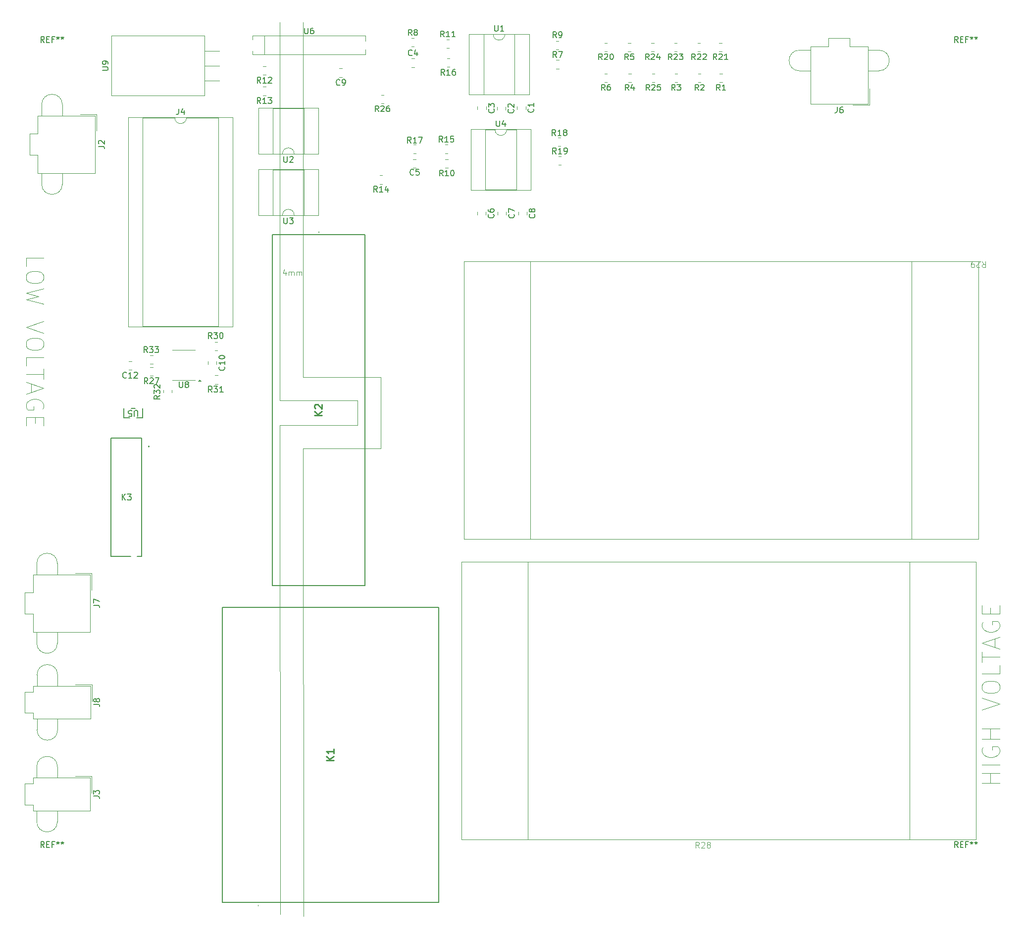
<source format=gbr>
%TF.GenerationSoftware,KiCad,Pcbnew,8.0.0*%
%TF.CreationDate,2025-02-13T19:29:31-08:00*%
%TF.ProjectId,pcc_v0.1,7063635f-7630-42e3-912e-6b696361645f,rev?*%
%TF.SameCoordinates,Original*%
%TF.FileFunction,Legend,Top*%
%TF.FilePolarity,Positive*%
%FSLAX46Y46*%
G04 Gerber Fmt 4.6, Leading zero omitted, Abs format (unit mm)*
G04 Created by KiCad (PCBNEW 8.0.0) date 2025-02-13 19:29:31*
%MOMM*%
%LPD*%
G01*
G04 APERTURE LIST*
%ADD10C,0.100000*%
%ADD11C,0.150000*%
%ADD12C,0.254000*%
%ADD13C,0.120000*%
%ADD14C,0.152400*%
%ADD15C,0.050000*%
%ADD16C,0.200000*%
G04 APERTURE END LIST*
D10*
X98750000Y-89400003D02*
X98800000Y-173000000D01*
X102750000Y-20500000D02*
X102750000Y-81200003D01*
X98750000Y-20500000D02*
X98750000Y-85200003D01*
X116000000Y-81200000D02*
X116000000Y-93400000D01*
X102750000Y-81200003D02*
X116000000Y-81200000D01*
X102750000Y-93400003D02*
X116000000Y-93400000D01*
X98750000Y-85200003D02*
X112000000Y-85200000D01*
X102750000Y-93400003D02*
X102800000Y-173400000D01*
X112000000Y-85200000D02*
X112000000Y-89400000D01*
X98750000Y-89400003D02*
X112000000Y-89400000D01*
X99782708Y-63106005D02*
X99782708Y-63772672D01*
X99544613Y-62725053D02*
X99306518Y-63439338D01*
X99306518Y-63439338D02*
X99925565Y-63439338D01*
X100306518Y-63772672D02*
X100306518Y-63106005D01*
X100306518Y-63201243D02*
X100354137Y-63153624D01*
X100354137Y-63153624D02*
X100449375Y-63106005D01*
X100449375Y-63106005D02*
X100592232Y-63106005D01*
X100592232Y-63106005D02*
X100687470Y-63153624D01*
X100687470Y-63153624D02*
X100735089Y-63248862D01*
X100735089Y-63248862D02*
X100735089Y-63772672D01*
X100735089Y-63248862D02*
X100782708Y-63153624D01*
X100782708Y-63153624D02*
X100877946Y-63106005D01*
X100877946Y-63106005D02*
X101020803Y-63106005D01*
X101020803Y-63106005D02*
X101116042Y-63153624D01*
X101116042Y-63153624D02*
X101163661Y-63248862D01*
X101163661Y-63248862D02*
X101163661Y-63772672D01*
X101639851Y-63772672D02*
X101639851Y-63106005D01*
X101639851Y-63201243D02*
X101687470Y-63153624D01*
X101687470Y-63153624D02*
X101782708Y-63106005D01*
X101782708Y-63106005D02*
X101925565Y-63106005D01*
X101925565Y-63106005D02*
X102020803Y-63153624D01*
X102020803Y-63153624D02*
X102068422Y-63248862D01*
X102068422Y-63248862D02*
X102068422Y-63772672D01*
X102068422Y-63248862D02*
X102116041Y-63153624D01*
X102116041Y-63153624D02*
X102211279Y-63106005D01*
X102211279Y-63106005D02*
X102354136Y-63106005D01*
X102354136Y-63106005D02*
X102449375Y-63153624D01*
X102449375Y-63153624D02*
X102496994Y-63248862D01*
X102496994Y-63248862D02*
X102496994Y-63772672D01*
X221827657Y-150619925D02*
X218827657Y-150619925D01*
X220256228Y-150619925D02*
X220256228Y-148905639D01*
X221827657Y-148905639D02*
X218827657Y-148905639D01*
X221827657Y-147477068D02*
X218827657Y-147477068D01*
X218970514Y-144477068D02*
X218827657Y-144762783D01*
X218827657Y-144762783D02*
X218827657Y-145191354D01*
X218827657Y-145191354D02*
X218970514Y-145619925D01*
X218970514Y-145619925D02*
X219256228Y-145905640D01*
X219256228Y-145905640D02*
X219541942Y-146048497D01*
X219541942Y-146048497D02*
X220113371Y-146191354D01*
X220113371Y-146191354D02*
X220541942Y-146191354D01*
X220541942Y-146191354D02*
X221113371Y-146048497D01*
X221113371Y-146048497D02*
X221399085Y-145905640D01*
X221399085Y-145905640D02*
X221684800Y-145619925D01*
X221684800Y-145619925D02*
X221827657Y-145191354D01*
X221827657Y-145191354D02*
X221827657Y-144905640D01*
X221827657Y-144905640D02*
X221684800Y-144477068D01*
X221684800Y-144477068D02*
X221541942Y-144334211D01*
X221541942Y-144334211D02*
X220541942Y-144334211D01*
X220541942Y-144334211D02*
X220541942Y-144905640D01*
X221827657Y-143048497D02*
X218827657Y-143048497D01*
X220256228Y-143048497D02*
X220256228Y-141334211D01*
X221827657Y-141334211D02*
X218827657Y-141334211D01*
X218827657Y-138048497D02*
X221827657Y-137048497D01*
X221827657Y-137048497D02*
X218827657Y-136048497D01*
X218827657Y-134477068D02*
X218827657Y-133905640D01*
X218827657Y-133905640D02*
X218970514Y-133619925D01*
X218970514Y-133619925D02*
X219256228Y-133334211D01*
X219256228Y-133334211D02*
X219827657Y-133191354D01*
X219827657Y-133191354D02*
X220827657Y-133191354D01*
X220827657Y-133191354D02*
X221399085Y-133334211D01*
X221399085Y-133334211D02*
X221684800Y-133619925D01*
X221684800Y-133619925D02*
X221827657Y-133905640D01*
X221827657Y-133905640D02*
X221827657Y-134477068D01*
X221827657Y-134477068D02*
X221684800Y-134762783D01*
X221684800Y-134762783D02*
X221399085Y-135048497D01*
X221399085Y-135048497D02*
X220827657Y-135191354D01*
X220827657Y-135191354D02*
X219827657Y-135191354D01*
X219827657Y-135191354D02*
X219256228Y-135048497D01*
X219256228Y-135048497D02*
X218970514Y-134762783D01*
X218970514Y-134762783D02*
X218827657Y-134477068D01*
X221827657Y-130477068D02*
X221827657Y-131905640D01*
X221827657Y-131905640D02*
X218827657Y-131905640D01*
X218827657Y-129905640D02*
X218827657Y-128191355D01*
X221827657Y-129048497D02*
X218827657Y-129048497D01*
X220970514Y-127334212D02*
X220970514Y-125905641D01*
X221827657Y-127619926D02*
X218827657Y-126619926D01*
X218827657Y-126619926D02*
X221827657Y-125619926D01*
X218970514Y-123048497D02*
X218827657Y-123334212D01*
X218827657Y-123334212D02*
X218827657Y-123762783D01*
X218827657Y-123762783D02*
X218970514Y-124191354D01*
X218970514Y-124191354D02*
X219256228Y-124477069D01*
X219256228Y-124477069D02*
X219541942Y-124619926D01*
X219541942Y-124619926D02*
X220113371Y-124762783D01*
X220113371Y-124762783D02*
X220541942Y-124762783D01*
X220541942Y-124762783D02*
X221113371Y-124619926D01*
X221113371Y-124619926D02*
X221399085Y-124477069D01*
X221399085Y-124477069D02*
X221684800Y-124191354D01*
X221684800Y-124191354D02*
X221827657Y-123762783D01*
X221827657Y-123762783D02*
X221827657Y-123477069D01*
X221827657Y-123477069D02*
X221684800Y-123048497D01*
X221684800Y-123048497D02*
X221541942Y-122905640D01*
X221541942Y-122905640D02*
X220541942Y-122905640D01*
X220541942Y-122905640D02*
X220541942Y-123477069D01*
X220256228Y-121619926D02*
X220256228Y-120619926D01*
X221827657Y-120191354D02*
X221827657Y-121619926D01*
X221827657Y-121619926D02*
X218827657Y-121619926D01*
X218827657Y-121619926D02*
X218827657Y-120191354D01*
X55372342Y-62208646D02*
X55372342Y-60780074D01*
X55372342Y-60780074D02*
X58372342Y-60780074D01*
X58372342Y-63780074D02*
X58372342Y-64351502D01*
X58372342Y-64351502D02*
X58229485Y-64637217D01*
X58229485Y-64637217D02*
X57943771Y-64922931D01*
X57943771Y-64922931D02*
X57372342Y-65065788D01*
X57372342Y-65065788D02*
X56372342Y-65065788D01*
X56372342Y-65065788D02*
X55800914Y-64922931D01*
X55800914Y-64922931D02*
X55515200Y-64637217D01*
X55515200Y-64637217D02*
X55372342Y-64351502D01*
X55372342Y-64351502D02*
X55372342Y-63780074D01*
X55372342Y-63780074D02*
X55515200Y-63494360D01*
X55515200Y-63494360D02*
X55800914Y-63208645D01*
X55800914Y-63208645D02*
X56372342Y-63065788D01*
X56372342Y-63065788D02*
X57372342Y-63065788D01*
X57372342Y-63065788D02*
X57943771Y-63208645D01*
X57943771Y-63208645D02*
X58229485Y-63494360D01*
X58229485Y-63494360D02*
X58372342Y-63780074D01*
X58372342Y-66065788D02*
X55372342Y-66780074D01*
X55372342Y-66780074D02*
X57515200Y-67351502D01*
X57515200Y-67351502D02*
X55372342Y-67922931D01*
X55372342Y-67922931D02*
X58372342Y-68637217D01*
X58372342Y-71637216D02*
X55372342Y-72637216D01*
X55372342Y-72637216D02*
X58372342Y-73637216D01*
X58372342Y-75208645D02*
X58372342Y-75780073D01*
X58372342Y-75780073D02*
X58229485Y-76065788D01*
X58229485Y-76065788D02*
X57943771Y-76351502D01*
X57943771Y-76351502D02*
X57372342Y-76494359D01*
X57372342Y-76494359D02*
X56372342Y-76494359D01*
X56372342Y-76494359D02*
X55800914Y-76351502D01*
X55800914Y-76351502D02*
X55515200Y-76065788D01*
X55515200Y-76065788D02*
X55372342Y-75780073D01*
X55372342Y-75780073D02*
X55372342Y-75208645D01*
X55372342Y-75208645D02*
X55515200Y-74922931D01*
X55515200Y-74922931D02*
X55800914Y-74637216D01*
X55800914Y-74637216D02*
X56372342Y-74494359D01*
X56372342Y-74494359D02*
X57372342Y-74494359D01*
X57372342Y-74494359D02*
X57943771Y-74637216D01*
X57943771Y-74637216D02*
X58229485Y-74922931D01*
X58229485Y-74922931D02*
X58372342Y-75208645D01*
X55372342Y-79208645D02*
X55372342Y-77780073D01*
X55372342Y-77780073D02*
X58372342Y-77780073D01*
X58372342Y-79780073D02*
X58372342Y-81494359D01*
X55372342Y-80637216D02*
X58372342Y-80637216D01*
X56229485Y-82351501D02*
X56229485Y-83780073D01*
X55372342Y-82065787D02*
X58372342Y-83065787D01*
X58372342Y-83065787D02*
X55372342Y-84065787D01*
X58229485Y-86637216D02*
X58372342Y-86351502D01*
X58372342Y-86351502D02*
X58372342Y-85922930D01*
X58372342Y-85922930D02*
X58229485Y-85494359D01*
X58229485Y-85494359D02*
X57943771Y-85208644D01*
X57943771Y-85208644D02*
X57658057Y-85065787D01*
X57658057Y-85065787D02*
X57086628Y-84922930D01*
X57086628Y-84922930D02*
X56658057Y-84922930D01*
X56658057Y-84922930D02*
X56086628Y-85065787D01*
X56086628Y-85065787D02*
X55800914Y-85208644D01*
X55800914Y-85208644D02*
X55515200Y-85494359D01*
X55515200Y-85494359D02*
X55372342Y-85922930D01*
X55372342Y-85922930D02*
X55372342Y-86208644D01*
X55372342Y-86208644D02*
X55515200Y-86637216D01*
X55515200Y-86637216D02*
X55658057Y-86780073D01*
X55658057Y-86780073D02*
X56658057Y-86780073D01*
X56658057Y-86780073D02*
X56658057Y-86208644D01*
X56943771Y-88065787D02*
X56943771Y-89065787D01*
X55372342Y-89494359D02*
X55372342Y-88065787D01*
X55372342Y-88065787D02*
X58372342Y-88065787D01*
X58372342Y-88065787D02*
X58372342Y-89494359D01*
D11*
X135269580Y-53326666D02*
X135317200Y-53374285D01*
X135317200Y-53374285D02*
X135364819Y-53517142D01*
X135364819Y-53517142D02*
X135364819Y-53612380D01*
X135364819Y-53612380D02*
X135317200Y-53755237D01*
X135317200Y-53755237D02*
X135221961Y-53850475D01*
X135221961Y-53850475D02*
X135126723Y-53898094D01*
X135126723Y-53898094D02*
X134936247Y-53945713D01*
X134936247Y-53945713D02*
X134793390Y-53945713D01*
X134793390Y-53945713D02*
X134602914Y-53898094D01*
X134602914Y-53898094D02*
X134507676Y-53850475D01*
X134507676Y-53850475D02*
X134412438Y-53755237D01*
X134412438Y-53755237D02*
X134364819Y-53612380D01*
X134364819Y-53612380D02*
X134364819Y-53517142D01*
X134364819Y-53517142D02*
X134412438Y-53374285D01*
X134412438Y-53374285D02*
X134460057Y-53326666D01*
X134364819Y-52469523D02*
X134364819Y-52659999D01*
X134364819Y-52659999D02*
X134412438Y-52755237D01*
X134412438Y-52755237D02*
X134460057Y-52802856D01*
X134460057Y-52802856D02*
X134602914Y-52898094D01*
X134602914Y-52898094D02*
X134793390Y-52945713D01*
X134793390Y-52945713D02*
X135174342Y-52945713D01*
X135174342Y-52945713D02*
X135269580Y-52898094D01*
X135269580Y-52898094D02*
X135317200Y-52850475D01*
X135317200Y-52850475D02*
X135364819Y-52755237D01*
X135364819Y-52755237D02*
X135364819Y-52564761D01*
X135364819Y-52564761D02*
X135317200Y-52469523D01*
X135317200Y-52469523D02*
X135269580Y-52421904D01*
X135269580Y-52421904D02*
X135174342Y-52374285D01*
X135174342Y-52374285D02*
X134936247Y-52374285D01*
X134936247Y-52374285D02*
X134841009Y-52421904D01*
X134841009Y-52421904D02*
X134793390Y-52469523D01*
X134793390Y-52469523D02*
X134745771Y-52564761D01*
X134745771Y-52564761D02*
X134745771Y-52755237D01*
X134745771Y-52755237D02*
X134793390Y-52850475D01*
X134793390Y-52850475D02*
X134841009Y-52898094D01*
X134841009Y-52898094D02*
X134936247Y-52945713D01*
X145999642Y-42964819D02*
X145666309Y-42488628D01*
X145428214Y-42964819D02*
X145428214Y-41964819D01*
X145428214Y-41964819D02*
X145809166Y-41964819D01*
X145809166Y-41964819D02*
X145904404Y-42012438D01*
X145904404Y-42012438D02*
X145952023Y-42060057D01*
X145952023Y-42060057D02*
X145999642Y-42155295D01*
X145999642Y-42155295D02*
X145999642Y-42298152D01*
X145999642Y-42298152D02*
X145952023Y-42393390D01*
X145952023Y-42393390D02*
X145904404Y-42441009D01*
X145904404Y-42441009D02*
X145809166Y-42488628D01*
X145809166Y-42488628D02*
X145428214Y-42488628D01*
X146952023Y-42964819D02*
X146380595Y-42964819D01*
X146666309Y-42964819D02*
X146666309Y-41964819D01*
X146666309Y-41964819D02*
X146571071Y-42107676D01*
X146571071Y-42107676D02*
X146475833Y-42202914D01*
X146475833Y-42202914D02*
X146380595Y-42250533D01*
X147428214Y-42964819D02*
X147618690Y-42964819D01*
X147618690Y-42964819D02*
X147713928Y-42917200D01*
X147713928Y-42917200D02*
X147761547Y-42869580D01*
X147761547Y-42869580D02*
X147856785Y-42726723D01*
X147856785Y-42726723D02*
X147904404Y-42536247D01*
X147904404Y-42536247D02*
X147904404Y-42155295D01*
X147904404Y-42155295D02*
X147856785Y-42060057D01*
X147856785Y-42060057D02*
X147809166Y-42012438D01*
X147809166Y-42012438D02*
X147713928Y-41964819D01*
X147713928Y-41964819D02*
X147523452Y-41964819D01*
X147523452Y-41964819D02*
X147428214Y-42012438D01*
X147428214Y-42012438D02*
X147380595Y-42060057D01*
X147380595Y-42060057D02*
X147332976Y-42155295D01*
X147332976Y-42155295D02*
X147332976Y-42393390D01*
X147332976Y-42393390D02*
X147380595Y-42488628D01*
X147380595Y-42488628D02*
X147428214Y-42536247D01*
X147428214Y-42536247D02*
X147523452Y-42583866D01*
X147523452Y-42583866D02*
X147713928Y-42583866D01*
X147713928Y-42583866D02*
X147809166Y-42536247D01*
X147809166Y-42536247D02*
X147856785Y-42488628D01*
X147856785Y-42488628D02*
X147904404Y-42393390D01*
X71792158Y-102189972D02*
X71792158Y-101189972D01*
X72363586Y-102189972D02*
X71935015Y-101618543D01*
X72363586Y-101189972D02*
X71792158Y-101761400D01*
X72696920Y-101189972D02*
X73315967Y-101189972D01*
X73315967Y-101189972D02*
X72982634Y-101570924D01*
X72982634Y-101570924D02*
X73125491Y-101570924D01*
X73125491Y-101570924D02*
X73220729Y-101618543D01*
X73220729Y-101618543D02*
X73268348Y-101666162D01*
X73268348Y-101666162D02*
X73315967Y-101761400D01*
X73315967Y-101761400D02*
X73315967Y-101999495D01*
X73315967Y-101999495D02*
X73268348Y-102094733D01*
X73268348Y-102094733D02*
X73220729Y-102142353D01*
X73220729Y-102142353D02*
X73125491Y-102189972D01*
X73125491Y-102189972D02*
X72839777Y-102189972D01*
X72839777Y-102189972D02*
X72744539Y-102142353D01*
X72744539Y-102142353D02*
X72696920Y-102094733D01*
X173457395Y-26855072D02*
X173124062Y-26378881D01*
X172885967Y-26855072D02*
X172885967Y-25855072D01*
X172885967Y-25855072D02*
X173266919Y-25855072D01*
X173266919Y-25855072D02*
X173362157Y-25902691D01*
X173362157Y-25902691D02*
X173409776Y-25950310D01*
X173409776Y-25950310D02*
X173457395Y-26045548D01*
X173457395Y-26045548D02*
X173457395Y-26188405D01*
X173457395Y-26188405D02*
X173409776Y-26283643D01*
X173409776Y-26283643D02*
X173362157Y-26331262D01*
X173362157Y-26331262D02*
X173266919Y-26378881D01*
X173266919Y-26378881D02*
X172885967Y-26378881D01*
X173838348Y-25950310D02*
X173885967Y-25902691D01*
X173885967Y-25902691D02*
X173981205Y-25855072D01*
X173981205Y-25855072D02*
X174219300Y-25855072D01*
X174219300Y-25855072D02*
X174314538Y-25902691D01*
X174314538Y-25902691D02*
X174362157Y-25950310D01*
X174362157Y-25950310D02*
X174409776Y-26045548D01*
X174409776Y-26045548D02*
X174409776Y-26140786D01*
X174409776Y-26140786D02*
X174362157Y-26283643D01*
X174362157Y-26283643D02*
X173790729Y-26855072D01*
X173790729Y-26855072D02*
X174409776Y-26855072D01*
X175362157Y-26855072D02*
X174790729Y-26855072D01*
X175076443Y-26855072D02*
X175076443Y-25855072D01*
X175076443Y-25855072D02*
X174981205Y-25997929D01*
X174981205Y-25997929D02*
X174885967Y-26093167D01*
X174885967Y-26093167D02*
X174790729Y-26140786D01*
X158433586Y-32105072D02*
X158100253Y-31628881D01*
X157862158Y-32105072D02*
X157862158Y-31105072D01*
X157862158Y-31105072D02*
X158243110Y-31105072D01*
X158243110Y-31105072D02*
X158338348Y-31152691D01*
X158338348Y-31152691D02*
X158385967Y-31200310D01*
X158385967Y-31200310D02*
X158433586Y-31295548D01*
X158433586Y-31295548D02*
X158433586Y-31438405D01*
X158433586Y-31438405D02*
X158385967Y-31533643D01*
X158385967Y-31533643D02*
X158338348Y-31581262D01*
X158338348Y-31581262D02*
X158243110Y-31628881D01*
X158243110Y-31628881D02*
X157862158Y-31628881D01*
X159290729Y-31438405D02*
X159290729Y-32105072D01*
X159052634Y-31057453D02*
X158814539Y-31771738D01*
X158814539Y-31771738D02*
X159433586Y-31771738D01*
X76107395Y-76955072D02*
X75774062Y-76478881D01*
X75535967Y-76955072D02*
X75535967Y-75955072D01*
X75535967Y-75955072D02*
X75916919Y-75955072D01*
X75916919Y-75955072D02*
X76012157Y-76002691D01*
X76012157Y-76002691D02*
X76059776Y-76050310D01*
X76059776Y-76050310D02*
X76107395Y-76145548D01*
X76107395Y-76145548D02*
X76107395Y-76288405D01*
X76107395Y-76288405D02*
X76059776Y-76383643D01*
X76059776Y-76383643D02*
X76012157Y-76431262D01*
X76012157Y-76431262D02*
X75916919Y-76478881D01*
X75916919Y-76478881D02*
X75535967Y-76478881D01*
X76440729Y-75955072D02*
X77059776Y-75955072D01*
X77059776Y-75955072D02*
X76726443Y-76336024D01*
X76726443Y-76336024D02*
X76869300Y-76336024D01*
X76869300Y-76336024D02*
X76964538Y-76383643D01*
X76964538Y-76383643D02*
X77012157Y-76431262D01*
X77012157Y-76431262D02*
X77059776Y-76526500D01*
X77059776Y-76526500D02*
X77059776Y-76764595D01*
X77059776Y-76764595D02*
X77012157Y-76859833D01*
X77012157Y-76859833D02*
X76964538Y-76907453D01*
X76964538Y-76907453D02*
X76869300Y-76955072D01*
X76869300Y-76955072D02*
X76583586Y-76955072D01*
X76583586Y-76955072D02*
X76488348Y-76907453D01*
X76488348Y-76907453D02*
X76440729Y-76859833D01*
X77393110Y-75955072D02*
X78012157Y-75955072D01*
X78012157Y-75955072D02*
X77678824Y-76336024D01*
X77678824Y-76336024D02*
X77821681Y-76336024D01*
X77821681Y-76336024D02*
X77916919Y-76383643D01*
X77916919Y-76383643D02*
X77964538Y-76431262D01*
X77964538Y-76431262D02*
X78012157Y-76526500D01*
X78012157Y-76526500D02*
X78012157Y-76764595D01*
X78012157Y-76764595D02*
X77964538Y-76859833D01*
X77964538Y-76859833D02*
X77916919Y-76907453D01*
X77916919Y-76907453D02*
X77821681Y-76955072D01*
X77821681Y-76955072D02*
X77535967Y-76955072D01*
X77535967Y-76955072D02*
X77440729Y-76907453D01*
X77440729Y-76907453D02*
X77393110Y-76859833D01*
D10*
X170456889Y-161707166D02*
X170123556Y-161230975D01*
X169885461Y-161707166D02*
X169885461Y-160707166D01*
X169885461Y-160707166D02*
X170266413Y-160707166D01*
X170266413Y-160707166D02*
X170361651Y-160754785D01*
X170361651Y-160754785D02*
X170409270Y-160802404D01*
X170409270Y-160802404D02*
X170456889Y-160897642D01*
X170456889Y-160897642D02*
X170456889Y-161040499D01*
X170456889Y-161040499D02*
X170409270Y-161135737D01*
X170409270Y-161135737D02*
X170361651Y-161183356D01*
X170361651Y-161183356D02*
X170266413Y-161230975D01*
X170266413Y-161230975D02*
X169885461Y-161230975D01*
X170837842Y-160802404D02*
X170885461Y-160754785D01*
X170885461Y-160754785D02*
X170980699Y-160707166D01*
X170980699Y-160707166D02*
X171218794Y-160707166D01*
X171218794Y-160707166D02*
X171314032Y-160754785D01*
X171314032Y-160754785D02*
X171361651Y-160802404D01*
X171361651Y-160802404D02*
X171409270Y-160897642D01*
X171409270Y-160897642D02*
X171409270Y-160992880D01*
X171409270Y-160992880D02*
X171361651Y-161135737D01*
X171361651Y-161135737D02*
X170790223Y-161707166D01*
X170790223Y-161707166D02*
X171409270Y-161707166D01*
X171980699Y-161135737D02*
X171885461Y-161088118D01*
X171885461Y-161088118D02*
X171837842Y-161040499D01*
X171837842Y-161040499D02*
X171790223Y-160945261D01*
X171790223Y-160945261D02*
X171790223Y-160897642D01*
X171790223Y-160897642D02*
X171837842Y-160802404D01*
X171837842Y-160802404D02*
X171885461Y-160754785D01*
X171885461Y-160754785D02*
X171980699Y-160707166D01*
X171980699Y-160707166D02*
X172171175Y-160707166D01*
X172171175Y-160707166D02*
X172266413Y-160754785D01*
X172266413Y-160754785D02*
X172314032Y-160802404D01*
X172314032Y-160802404D02*
X172361651Y-160897642D01*
X172361651Y-160897642D02*
X172361651Y-160945261D01*
X172361651Y-160945261D02*
X172314032Y-161040499D01*
X172314032Y-161040499D02*
X172266413Y-161088118D01*
X172266413Y-161088118D02*
X172171175Y-161135737D01*
X172171175Y-161135737D02*
X171980699Y-161135737D01*
X171980699Y-161135737D02*
X171885461Y-161183356D01*
X171885461Y-161183356D02*
X171837842Y-161230975D01*
X171837842Y-161230975D02*
X171790223Y-161326213D01*
X171790223Y-161326213D02*
X171790223Y-161516689D01*
X171790223Y-161516689D02*
X171837842Y-161611927D01*
X171837842Y-161611927D02*
X171885461Y-161659547D01*
X171885461Y-161659547D02*
X171980699Y-161707166D01*
X171980699Y-161707166D02*
X172171175Y-161707166D01*
X172171175Y-161707166D02*
X172266413Y-161659547D01*
X172266413Y-161659547D02*
X172314032Y-161611927D01*
X172314032Y-161611927D02*
X172361651Y-161516689D01*
X172361651Y-161516689D02*
X172361651Y-161326213D01*
X172361651Y-161326213D02*
X172314032Y-161230975D01*
X172314032Y-161230975D02*
X172266413Y-161183356D01*
X172266413Y-161183356D02*
X172171175Y-161135737D01*
D11*
X121633333Y-46509580D02*
X121585714Y-46557200D01*
X121585714Y-46557200D02*
X121442857Y-46604819D01*
X121442857Y-46604819D02*
X121347619Y-46604819D01*
X121347619Y-46604819D02*
X121204762Y-46557200D01*
X121204762Y-46557200D02*
X121109524Y-46461961D01*
X121109524Y-46461961D02*
X121061905Y-46366723D01*
X121061905Y-46366723D02*
X121014286Y-46176247D01*
X121014286Y-46176247D02*
X121014286Y-46033390D01*
X121014286Y-46033390D02*
X121061905Y-45842914D01*
X121061905Y-45842914D02*
X121109524Y-45747676D01*
X121109524Y-45747676D02*
X121204762Y-45652438D01*
X121204762Y-45652438D02*
X121347619Y-45604819D01*
X121347619Y-45604819D02*
X121442857Y-45604819D01*
X121442857Y-45604819D02*
X121585714Y-45652438D01*
X121585714Y-45652438D02*
X121633333Y-45700057D01*
X122538095Y-45604819D02*
X122061905Y-45604819D01*
X122061905Y-45604819D02*
X122014286Y-46081009D01*
X122014286Y-46081009D02*
X122061905Y-46033390D01*
X122061905Y-46033390D02*
X122157143Y-45985771D01*
X122157143Y-45985771D02*
X122395238Y-45985771D01*
X122395238Y-45985771D02*
X122490476Y-46033390D01*
X122490476Y-46033390D02*
X122538095Y-46081009D01*
X122538095Y-46081009D02*
X122585714Y-46176247D01*
X122585714Y-46176247D02*
X122585714Y-46414342D01*
X122585714Y-46414342D02*
X122538095Y-46509580D01*
X122538095Y-46509580D02*
X122490476Y-46557200D01*
X122490476Y-46557200D02*
X122395238Y-46604819D01*
X122395238Y-46604819D02*
X122157143Y-46604819D01*
X122157143Y-46604819D02*
X122061905Y-46557200D01*
X122061905Y-46557200D02*
X122014286Y-46509580D01*
X87132395Y-74545072D02*
X86799062Y-74068881D01*
X86560967Y-74545072D02*
X86560967Y-73545072D01*
X86560967Y-73545072D02*
X86941919Y-73545072D01*
X86941919Y-73545072D02*
X87037157Y-73592691D01*
X87037157Y-73592691D02*
X87084776Y-73640310D01*
X87084776Y-73640310D02*
X87132395Y-73735548D01*
X87132395Y-73735548D02*
X87132395Y-73878405D01*
X87132395Y-73878405D02*
X87084776Y-73973643D01*
X87084776Y-73973643D02*
X87037157Y-74021262D01*
X87037157Y-74021262D02*
X86941919Y-74068881D01*
X86941919Y-74068881D02*
X86560967Y-74068881D01*
X87465729Y-73545072D02*
X88084776Y-73545072D01*
X88084776Y-73545072D02*
X87751443Y-73926024D01*
X87751443Y-73926024D02*
X87894300Y-73926024D01*
X87894300Y-73926024D02*
X87989538Y-73973643D01*
X87989538Y-73973643D02*
X88037157Y-74021262D01*
X88037157Y-74021262D02*
X88084776Y-74116500D01*
X88084776Y-74116500D02*
X88084776Y-74354595D01*
X88084776Y-74354595D02*
X88037157Y-74449833D01*
X88037157Y-74449833D02*
X87989538Y-74497453D01*
X87989538Y-74497453D02*
X87894300Y-74545072D01*
X87894300Y-74545072D02*
X87608586Y-74545072D01*
X87608586Y-74545072D02*
X87513348Y-74497453D01*
X87513348Y-74497453D02*
X87465729Y-74449833D01*
X88703824Y-73545072D02*
X88799062Y-73545072D01*
X88799062Y-73545072D02*
X88894300Y-73592691D01*
X88894300Y-73592691D02*
X88941919Y-73640310D01*
X88941919Y-73640310D02*
X88989538Y-73735548D01*
X88989538Y-73735548D02*
X89037157Y-73926024D01*
X89037157Y-73926024D02*
X89037157Y-74164119D01*
X89037157Y-74164119D02*
X88989538Y-74354595D01*
X88989538Y-74354595D02*
X88941919Y-74449833D01*
X88941919Y-74449833D02*
X88894300Y-74497453D01*
X88894300Y-74497453D02*
X88799062Y-74545072D01*
X88799062Y-74545072D02*
X88703824Y-74545072D01*
X88703824Y-74545072D02*
X88608586Y-74497453D01*
X88608586Y-74497453D02*
X88560967Y-74449833D01*
X88560967Y-74449833D02*
X88513348Y-74354595D01*
X88513348Y-74354595D02*
X88465729Y-74164119D01*
X88465729Y-74164119D02*
X88465729Y-73926024D01*
X88465729Y-73926024D02*
X88513348Y-73735548D01*
X88513348Y-73735548D02*
X88560967Y-73640310D01*
X88560967Y-73640310D02*
X88608586Y-73592691D01*
X88608586Y-73592691D02*
X88703824Y-73545072D01*
X126907142Y-29504819D02*
X126573809Y-29028628D01*
X126335714Y-29504819D02*
X126335714Y-28504819D01*
X126335714Y-28504819D02*
X126716666Y-28504819D01*
X126716666Y-28504819D02*
X126811904Y-28552438D01*
X126811904Y-28552438D02*
X126859523Y-28600057D01*
X126859523Y-28600057D02*
X126907142Y-28695295D01*
X126907142Y-28695295D02*
X126907142Y-28838152D01*
X126907142Y-28838152D02*
X126859523Y-28933390D01*
X126859523Y-28933390D02*
X126811904Y-28981009D01*
X126811904Y-28981009D02*
X126716666Y-29028628D01*
X126716666Y-29028628D02*
X126335714Y-29028628D01*
X127859523Y-29504819D02*
X127288095Y-29504819D01*
X127573809Y-29504819D02*
X127573809Y-28504819D01*
X127573809Y-28504819D02*
X127478571Y-28647676D01*
X127478571Y-28647676D02*
X127383333Y-28742914D01*
X127383333Y-28742914D02*
X127288095Y-28790533D01*
X128716666Y-28504819D02*
X128526190Y-28504819D01*
X128526190Y-28504819D02*
X128430952Y-28552438D01*
X128430952Y-28552438D02*
X128383333Y-28600057D01*
X128383333Y-28600057D02*
X128288095Y-28742914D01*
X128288095Y-28742914D02*
X128240476Y-28933390D01*
X128240476Y-28933390D02*
X128240476Y-29314342D01*
X128240476Y-29314342D02*
X128288095Y-29409580D01*
X128288095Y-29409580D02*
X128335714Y-29457200D01*
X128335714Y-29457200D02*
X128430952Y-29504819D01*
X128430952Y-29504819D02*
X128621428Y-29504819D01*
X128621428Y-29504819D02*
X128716666Y-29457200D01*
X128716666Y-29457200D02*
X128764285Y-29409580D01*
X128764285Y-29409580D02*
X128811904Y-29314342D01*
X128811904Y-29314342D02*
X128811904Y-29076247D01*
X128811904Y-29076247D02*
X128764285Y-28981009D01*
X128764285Y-28981009D02*
X128716666Y-28933390D01*
X128716666Y-28933390D02*
X128621428Y-28885771D01*
X128621428Y-28885771D02*
X128430952Y-28885771D01*
X128430952Y-28885771D02*
X128335714Y-28933390D01*
X128335714Y-28933390D02*
X128288095Y-28981009D01*
X128288095Y-28981009D02*
X128240476Y-29076247D01*
X95469895Y-30855072D02*
X95136562Y-30378881D01*
X94898467Y-30855072D02*
X94898467Y-29855072D01*
X94898467Y-29855072D02*
X95279419Y-29855072D01*
X95279419Y-29855072D02*
X95374657Y-29902691D01*
X95374657Y-29902691D02*
X95422276Y-29950310D01*
X95422276Y-29950310D02*
X95469895Y-30045548D01*
X95469895Y-30045548D02*
X95469895Y-30188405D01*
X95469895Y-30188405D02*
X95422276Y-30283643D01*
X95422276Y-30283643D02*
X95374657Y-30331262D01*
X95374657Y-30331262D02*
X95279419Y-30378881D01*
X95279419Y-30378881D02*
X94898467Y-30378881D01*
X96422276Y-30855072D02*
X95850848Y-30855072D01*
X96136562Y-30855072D02*
X96136562Y-29855072D01*
X96136562Y-29855072D02*
X96041324Y-29997929D01*
X96041324Y-29997929D02*
X95946086Y-30093167D01*
X95946086Y-30093167D02*
X95850848Y-30140786D01*
X96803229Y-29950310D02*
X96850848Y-29902691D01*
X96850848Y-29902691D02*
X96946086Y-29855072D01*
X96946086Y-29855072D02*
X97184181Y-29855072D01*
X97184181Y-29855072D02*
X97279419Y-29902691D01*
X97279419Y-29902691D02*
X97327038Y-29950310D01*
X97327038Y-29950310D02*
X97374657Y-30045548D01*
X97374657Y-30045548D02*
X97374657Y-30140786D01*
X97374657Y-30140786D02*
X97327038Y-30283643D01*
X97327038Y-30283643D02*
X96755610Y-30855072D01*
X96755610Y-30855072D02*
X97374657Y-30855072D01*
X142089580Y-35266666D02*
X142137200Y-35314285D01*
X142137200Y-35314285D02*
X142184819Y-35457142D01*
X142184819Y-35457142D02*
X142184819Y-35552380D01*
X142184819Y-35552380D02*
X142137200Y-35695237D01*
X142137200Y-35695237D02*
X142041961Y-35790475D01*
X142041961Y-35790475D02*
X141946723Y-35838094D01*
X141946723Y-35838094D02*
X141756247Y-35885713D01*
X141756247Y-35885713D02*
X141613390Y-35885713D01*
X141613390Y-35885713D02*
X141422914Y-35838094D01*
X141422914Y-35838094D02*
X141327676Y-35790475D01*
X141327676Y-35790475D02*
X141232438Y-35695237D01*
X141232438Y-35695237D02*
X141184819Y-35552380D01*
X141184819Y-35552380D02*
X141184819Y-35457142D01*
X141184819Y-35457142D02*
X141232438Y-35314285D01*
X141232438Y-35314285D02*
X141280057Y-35266666D01*
X142184819Y-34314285D02*
X142184819Y-34885713D01*
X142184819Y-34599999D02*
X141184819Y-34599999D01*
X141184819Y-34599999D02*
X141327676Y-34695237D01*
X141327676Y-34695237D02*
X141422914Y-34790475D01*
X141422914Y-34790475D02*
X141470533Y-34885713D01*
X214716919Y-161605072D02*
X214383586Y-161128881D01*
X214145491Y-161605072D02*
X214145491Y-160605072D01*
X214145491Y-160605072D02*
X214526443Y-160605072D01*
X214526443Y-160605072D02*
X214621681Y-160652691D01*
X214621681Y-160652691D02*
X214669300Y-160700310D01*
X214669300Y-160700310D02*
X214716919Y-160795548D01*
X214716919Y-160795548D02*
X214716919Y-160938405D01*
X214716919Y-160938405D02*
X214669300Y-161033643D01*
X214669300Y-161033643D02*
X214621681Y-161081262D01*
X214621681Y-161081262D02*
X214526443Y-161128881D01*
X214526443Y-161128881D02*
X214145491Y-161128881D01*
X215145491Y-161081262D02*
X215478824Y-161081262D01*
X215621681Y-161605072D02*
X215145491Y-161605072D01*
X215145491Y-161605072D02*
X215145491Y-160605072D01*
X215145491Y-160605072D02*
X215621681Y-160605072D01*
X216383586Y-161081262D02*
X216050253Y-161081262D01*
X216050253Y-161605072D02*
X216050253Y-160605072D01*
X216050253Y-160605072D02*
X216526443Y-160605072D01*
X217050253Y-160605072D02*
X217050253Y-160843167D01*
X216812158Y-160747929D02*
X217050253Y-160843167D01*
X217050253Y-160843167D02*
X217288348Y-160747929D01*
X216907396Y-161033643D02*
X217050253Y-160843167D01*
X217050253Y-160843167D02*
X217193110Y-161033643D01*
X217812158Y-160605072D02*
X217812158Y-160843167D01*
X217574063Y-160747929D02*
X217812158Y-160843167D01*
X217812158Y-160843167D02*
X218050253Y-160747929D01*
X217669301Y-161033643D02*
X217812158Y-160843167D01*
X217812158Y-160843167D02*
X217955015Y-161033643D01*
X89239833Y-79383110D02*
X89287453Y-79430729D01*
X89287453Y-79430729D02*
X89335072Y-79573586D01*
X89335072Y-79573586D02*
X89335072Y-79668824D01*
X89335072Y-79668824D02*
X89287453Y-79811681D01*
X89287453Y-79811681D02*
X89192214Y-79906919D01*
X89192214Y-79906919D02*
X89096976Y-79954538D01*
X89096976Y-79954538D02*
X88906500Y-80002157D01*
X88906500Y-80002157D02*
X88763643Y-80002157D01*
X88763643Y-80002157D02*
X88573167Y-79954538D01*
X88573167Y-79954538D02*
X88477929Y-79906919D01*
X88477929Y-79906919D02*
X88382691Y-79811681D01*
X88382691Y-79811681D02*
X88335072Y-79668824D01*
X88335072Y-79668824D02*
X88335072Y-79573586D01*
X88335072Y-79573586D02*
X88382691Y-79430729D01*
X88382691Y-79430729D02*
X88430310Y-79383110D01*
X89335072Y-78430729D02*
X89335072Y-79002157D01*
X89335072Y-78716443D02*
X88335072Y-78716443D01*
X88335072Y-78716443D02*
X88477929Y-78811681D01*
X88477929Y-78811681D02*
X88573167Y-78906919D01*
X88573167Y-78906919D02*
X88620786Y-79002157D01*
X88335072Y-77811681D02*
X88335072Y-77716443D01*
X88335072Y-77716443D02*
X88382691Y-77621205D01*
X88382691Y-77621205D02*
X88430310Y-77573586D01*
X88430310Y-77573586D02*
X88525548Y-77525967D01*
X88525548Y-77525967D02*
X88716024Y-77478348D01*
X88716024Y-77478348D02*
X88954119Y-77478348D01*
X88954119Y-77478348D02*
X89144595Y-77525967D01*
X89144595Y-77525967D02*
X89239833Y-77573586D01*
X89239833Y-77573586D02*
X89287453Y-77621205D01*
X89287453Y-77621205D02*
X89335072Y-77716443D01*
X89335072Y-77716443D02*
X89335072Y-77811681D01*
X89335072Y-77811681D02*
X89287453Y-77906919D01*
X89287453Y-77906919D02*
X89239833Y-77954538D01*
X89239833Y-77954538D02*
X89144595Y-78002157D01*
X89144595Y-78002157D02*
X88954119Y-78049776D01*
X88954119Y-78049776D02*
X88716024Y-78049776D01*
X88716024Y-78049776D02*
X88525548Y-78002157D01*
X88525548Y-78002157D02*
X88430310Y-77954538D01*
X88430310Y-77954538D02*
X88382691Y-77906919D01*
X88382691Y-77906919D02*
X88335072Y-77811681D01*
X158346086Y-26855072D02*
X158012753Y-26378881D01*
X157774658Y-26855072D02*
X157774658Y-25855072D01*
X157774658Y-25855072D02*
X158155610Y-25855072D01*
X158155610Y-25855072D02*
X158250848Y-25902691D01*
X158250848Y-25902691D02*
X158298467Y-25950310D01*
X158298467Y-25950310D02*
X158346086Y-26045548D01*
X158346086Y-26045548D02*
X158346086Y-26188405D01*
X158346086Y-26188405D02*
X158298467Y-26283643D01*
X158298467Y-26283643D02*
X158250848Y-26331262D01*
X158250848Y-26331262D02*
X158155610Y-26378881D01*
X158155610Y-26378881D02*
X157774658Y-26378881D01*
X159250848Y-25855072D02*
X158774658Y-25855072D01*
X158774658Y-25855072D02*
X158727039Y-26331262D01*
X158727039Y-26331262D02*
X158774658Y-26283643D01*
X158774658Y-26283643D02*
X158869896Y-26236024D01*
X158869896Y-26236024D02*
X159107991Y-26236024D01*
X159107991Y-26236024D02*
X159203229Y-26283643D01*
X159203229Y-26283643D02*
X159250848Y-26331262D01*
X159250848Y-26331262D02*
X159298467Y-26426500D01*
X159298467Y-26426500D02*
X159298467Y-26664595D01*
X159298467Y-26664595D02*
X159250848Y-26759833D01*
X159250848Y-26759833D02*
X159203229Y-26807453D01*
X159203229Y-26807453D02*
X159107991Y-26855072D01*
X159107991Y-26855072D02*
X158869896Y-26855072D01*
X158869896Y-26855072D02*
X158774658Y-26807453D01*
X158774658Y-26807453D02*
X158727039Y-26759833D01*
X170346086Y-32105072D02*
X170012753Y-31628881D01*
X169774658Y-32105072D02*
X169774658Y-31105072D01*
X169774658Y-31105072D02*
X170155610Y-31105072D01*
X170155610Y-31105072D02*
X170250848Y-31152691D01*
X170250848Y-31152691D02*
X170298467Y-31200310D01*
X170298467Y-31200310D02*
X170346086Y-31295548D01*
X170346086Y-31295548D02*
X170346086Y-31438405D01*
X170346086Y-31438405D02*
X170298467Y-31533643D01*
X170298467Y-31533643D02*
X170250848Y-31581262D01*
X170250848Y-31581262D02*
X170155610Y-31628881D01*
X170155610Y-31628881D02*
X169774658Y-31628881D01*
X170727039Y-31200310D02*
X170774658Y-31152691D01*
X170774658Y-31152691D02*
X170869896Y-31105072D01*
X170869896Y-31105072D02*
X171107991Y-31105072D01*
X171107991Y-31105072D02*
X171203229Y-31152691D01*
X171203229Y-31152691D02*
X171250848Y-31200310D01*
X171250848Y-31200310D02*
X171298467Y-31295548D01*
X171298467Y-31295548D02*
X171298467Y-31390786D01*
X171298467Y-31390786D02*
X171250848Y-31533643D01*
X171250848Y-31533643D02*
X170679420Y-32105072D01*
X170679420Y-32105072D02*
X171298467Y-32105072D01*
X121363333Y-26089580D02*
X121315714Y-26137200D01*
X121315714Y-26137200D02*
X121172857Y-26184819D01*
X121172857Y-26184819D02*
X121077619Y-26184819D01*
X121077619Y-26184819D02*
X120934762Y-26137200D01*
X120934762Y-26137200D02*
X120839524Y-26041961D01*
X120839524Y-26041961D02*
X120791905Y-25946723D01*
X120791905Y-25946723D02*
X120744286Y-25756247D01*
X120744286Y-25756247D02*
X120744286Y-25613390D01*
X120744286Y-25613390D02*
X120791905Y-25422914D01*
X120791905Y-25422914D02*
X120839524Y-25327676D01*
X120839524Y-25327676D02*
X120934762Y-25232438D01*
X120934762Y-25232438D02*
X121077619Y-25184819D01*
X121077619Y-25184819D02*
X121172857Y-25184819D01*
X121172857Y-25184819D02*
X121315714Y-25232438D01*
X121315714Y-25232438D02*
X121363333Y-25280057D01*
X122220476Y-25518152D02*
X122220476Y-26184819D01*
X121982381Y-25137200D02*
X121744286Y-25851485D01*
X121744286Y-25851485D02*
X122363333Y-25851485D01*
X74447158Y-87860633D02*
X74447158Y-87051110D01*
X74447158Y-87051110D02*
X74399539Y-86955872D01*
X74399539Y-86955872D02*
X74351920Y-86908253D01*
X74351920Y-86908253D02*
X74256682Y-86860633D01*
X74256682Y-86860633D02*
X74066206Y-86860633D01*
X74066206Y-86860633D02*
X73970968Y-86908253D01*
X73970968Y-86908253D02*
X73923349Y-86955872D01*
X73923349Y-86955872D02*
X73875730Y-87051110D01*
X73875730Y-87051110D02*
X73875730Y-87860633D01*
X72923349Y-87860633D02*
X73399539Y-87860633D01*
X73399539Y-87860633D02*
X73447158Y-87384443D01*
X73447158Y-87384443D02*
X73399539Y-87432062D01*
X73399539Y-87432062D02*
X73304301Y-87479681D01*
X73304301Y-87479681D02*
X73066206Y-87479681D01*
X73066206Y-87479681D02*
X72970968Y-87432062D01*
X72970968Y-87432062D02*
X72923349Y-87384443D01*
X72923349Y-87384443D02*
X72875730Y-87289205D01*
X72875730Y-87289205D02*
X72875730Y-87051110D01*
X72875730Y-87051110D02*
X72923349Y-86955872D01*
X72923349Y-86955872D02*
X72970968Y-86908253D01*
X72970968Y-86908253D02*
X73066206Y-86860633D01*
X73066206Y-86860633D02*
X73304301Y-86860633D01*
X73304301Y-86860633D02*
X73399539Y-86908253D01*
X73399539Y-86908253D02*
X73447158Y-86955872D01*
X66904819Y-120183333D02*
X67619104Y-120183333D01*
X67619104Y-120183333D02*
X67761961Y-120230952D01*
X67761961Y-120230952D02*
X67857200Y-120326190D01*
X67857200Y-120326190D02*
X67904819Y-120469047D01*
X67904819Y-120469047D02*
X67904819Y-120564285D01*
X66904819Y-119802380D02*
X66904819Y-119135714D01*
X66904819Y-119135714D02*
X67904819Y-119564285D01*
X81461666Y-35249819D02*
X81461666Y-35964104D01*
X81461666Y-35964104D02*
X81414047Y-36106961D01*
X81414047Y-36106961D02*
X81318809Y-36202200D01*
X81318809Y-36202200D02*
X81175952Y-36249819D01*
X81175952Y-36249819D02*
X81080714Y-36249819D01*
X82366428Y-35583152D02*
X82366428Y-36249819D01*
X82128333Y-35202200D02*
X81890238Y-35916485D01*
X81890238Y-35916485D02*
X82509285Y-35916485D01*
X145907142Y-39854819D02*
X145573809Y-39378628D01*
X145335714Y-39854819D02*
X145335714Y-38854819D01*
X145335714Y-38854819D02*
X145716666Y-38854819D01*
X145716666Y-38854819D02*
X145811904Y-38902438D01*
X145811904Y-38902438D02*
X145859523Y-38950057D01*
X145859523Y-38950057D02*
X145907142Y-39045295D01*
X145907142Y-39045295D02*
X145907142Y-39188152D01*
X145907142Y-39188152D02*
X145859523Y-39283390D01*
X145859523Y-39283390D02*
X145811904Y-39331009D01*
X145811904Y-39331009D02*
X145716666Y-39378628D01*
X145716666Y-39378628D02*
X145335714Y-39378628D01*
X146859523Y-39854819D02*
X146288095Y-39854819D01*
X146573809Y-39854819D02*
X146573809Y-38854819D01*
X146573809Y-38854819D02*
X146478571Y-38997676D01*
X146478571Y-38997676D02*
X146383333Y-39092914D01*
X146383333Y-39092914D02*
X146288095Y-39140533D01*
X147430952Y-39283390D02*
X147335714Y-39235771D01*
X147335714Y-39235771D02*
X147288095Y-39188152D01*
X147288095Y-39188152D02*
X147240476Y-39092914D01*
X147240476Y-39092914D02*
X147240476Y-39045295D01*
X147240476Y-39045295D02*
X147288095Y-38950057D01*
X147288095Y-38950057D02*
X147335714Y-38902438D01*
X147335714Y-38902438D02*
X147430952Y-38854819D01*
X147430952Y-38854819D02*
X147621428Y-38854819D01*
X147621428Y-38854819D02*
X147716666Y-38902438D01*
X147716666Y-38902438D02*
X147764285Y-38950057D01*
X147764285Y-38950057D02*
X147811904Y-39045295D01*
X147811904Y-39045295D02*
X147811904Y-39092914D01*
X147811904Y-39092914D02*
X147764285Y-39188152D01*
X147764285Y-39188152D02*
X147716666Y-39235771D01*
X147716666Y-39235771D02*
X147621428Y-39283390D01*
X147621428Y-39283390D02*
X147430952Y-39283390D01*
X147430952Y-39283390D02*
X147335714Y-39331009D01*
X147335714Y-39331009D02*
X147288095Y-39378628D01*
X147288095Y-39378628D02*
X147240476Y-39473866D01*
X147240476Y-39473866D02*
X147240476Y-39664342D01*
X147240476Y-39664342D02*
X147288095Y-39759580D01*
X147288095Y-39759580D02*
X147335714Y-39807200D01*
X147335714Y-39807200D02*
X147430952Y-39854819D01*
X147430952Y-39854819D02*
X147621428Y-39854819D01*
X147621428Y-39854819D02*
X147716666Y-39807200D01*
X147716666Y-39807200D02*
X147764285Y-39759580D01*
X147764285Y-39759580D02*
X147811904Y-39664342D01*
X147811904Y-39664342D02*
X147811904Y-39473866D01*
X147811904Y-39473866D02*
X147764285Y-39378628D01*
X147764285Y-39378628D02*
X147716666Y-39331009D01*
X147716666Y-39331009D02*
X147621428Y-39283390D01*
X174021086Y-32105072D02*
X173687753Y-31628881D01*
X173449658Y-32105072D02*
X173449658Y-31105072D01*
X173449658Y-31105072D02*
X173830610Y-31105072D01*
X173830610Y-31105072D02*
X173925848Y-31152691D01*
X173925848Y-31152691D02*
X173973467Y-31200310D01*
X173973467Y-31200310D02*
X174021086Y-31295548D01*
X174021086Y-31295548D02*
X174021086Y-31438405D01*
X174021086Y-31438405D02*
X173973467Y-31533643D01*
X173973467Y-31533643D02*
X173925848Y-31581262D01*
X173925848Y-31581262D02*
X173830610Y-31628881D01*
X173830610Y-31628881D02*
X173449658Y-31628881D01*
X174973467Y-32105072D02*
X174402039Y-32105072D01*
X174687753Y-32105072D02*
X174687753Y-31105072D01*
X174687753Y-31105072D02*
X174592515Y-31247929D01*
X174592515Y-31247929D02*
X174497277Y-31343167D01*
X174497277Y-31343167D02*
X174402039Y-31390786D01*
X66944819Y-137133333D02*
X67659104Y-137133333D01*
X67659104Y-137133333D02*
X67801961Y-137180952D01*
X67801961Y-137180952D02*
X67897200Y-137276190D01*
X67897200Y-137276190D02*
X67944819Y-137419047D01*
X67944819Y-137419047D02*
X67944819Y-137514285D01*
X67373390Y-136514285D02*
X67325771Y-136609523D01*
X67325771Y-136609523D02*
X67278152Y-136657142D01*
X67278152Y-136657142D02*
X67182914Y-136704761D01*
X67182914Y-136704761D02*
X67135295Y-136704761D01*
X67135295Y-136704761D02*
X67040057Y-136657142D01*
X67040057Y-136657142D02*
X66992438Y-136609523D01*
X66992438Y-136609523D02*
X66944819Y-136514285D01*
X66944819Y-136514285D02*
X66944819Y-136323809D01*
X66944819Y-136323809D02*
X66992438Y-136228571D01*
X66992438Y-136228571D02*
X67040057Y-136180952D01*
X67040057Y-136180952D02*
X67135295Y-136133333D01*
X67135295Y-136133333D02*
X67182914Y-136133333D01*
X67182914Y-136133333D02*
X67278152Y-136180952D01*
X67278152Y-136180952D02*
X67325771Y-136228571D01*
X67325771Y-136228571D02*
X67373390Y-136323809D01*
X67373390Y-136323809D02*
X67373390Y-136514285D01*
X67373390Y-136514285D02*
X67421009Y-136609523D01*
X67421009Y-136609523D02*
X67468628Y-136657142D01*
X67468628Y-136657142D02*
X67563866Y-136704761D01*
X67563866Y-136704761D02*
X67754342Y-136704761D01*
X67754342Y-136704761D02*
X67849580Y-136657142D01*
X67849580Y-136657142D02*
X67897200Y-136609523D01*
X67897200Y-136609523D02*
X67944819Y-136514285D01*
X67944819Y-136514285D02*
X67944819Y-136323809D01*
X67944819Y-136323809D02*
X67897200Y-136228571D01*
X67897200Y-136228571D02*
X67849580Y-136180952D01*
X67849580Y-136180952D02*
X67754342Y-136133333D01*
X67754342Y-136133333D02*
X67563866Y-136133333D01*
X67563866Y-136133333D02*
X67468628Y-136180952D01*
X67468628Y-136180952D02*
X67421009Y-136228571D01*
X67421009Y-136228571D02*
X67373390Y-136323809D01*
X194066666Y-34954819D02*
X194066666Y-35669104D01*
X194066666Y-35669104D02*
X194019047Y-35811961D01*
X194019047Y-35811961D02*
X193923809Y-35907200D01*
X193923809Y-35907200D02*
X193780952Y-35954819D01*
X193780952Y-35954819D02*
X193685714Y-35954819D01*
X194971428Y-34954819D02*
X194780952Y-34954819D01*
X194780952Y-34954819D02*
X194685714Y-35002438D01*
X194685714Y-35002438D02*
X194638095Y-35050057D01*
X194638095Y-35050057D02*
X194542857Y-35192914D01*
X194542857Y-35192914D02*
X194495238Y-35383390D01*
X194495238Y-35383390D02*
X194495238Y-35764342D01*
X194495238Y-35764342D02*
X194542857Y-35859580D01*
X194542857Y-35859580D02*
X194590476Y-35907200D01*
X194590476Y-35907200D02*
X194685714Y-35954819D01*
X194685714Y-35954819D02*
X194876190Y-35954819D01*
X194876190Y-35954819D02*
X194971428Y-35907200D01*
X194971428Y-35907200D02*
X195019047Y-35859580D01*
X195019047Y-35859580D02*
X195066666Y-35764342D01*
X195066666Y-35764342D02*
X195066666Y-35526247D01*
X195066666Y-35526247D02*
X195019047Y-35431009D01*
X195019047Y-35431009D02*
X194971428Y-35383390D01*
X194971428Y-35383390D02*
X194876190Y-35335771D01*
X194876190Y-35335771D02*
X194685714Y-35335771D01*
X194685714Y-35335771D02*
X194590476Y-35383390D01*
X194590476Y-35383390D02*
X194542857Y-35431009D01*
X194542857Y-35431009D02*
X194495238Y-35526247D01*
X87157395Y-83745072D02*
X86824062Y-83268881D01*
X86585967Y-83745072D02*
X86585967Y-82745072D01*
X86585967Y-82745072D02*
X86966919Y-82745072D01*
X86966919Y-82745072D02*
X87062157Y-82792691D01*
X87062157Y-82792691D02*
X87109776Y-82840310D01*
X87109776Y-82840310D02*
X87157395Y-82935548D01*
X87157395Y-82935548D02*
X87157395Y-83078405D01*
X87157395Y-83078405D02*
X87109776Y-83173643D01*
X87109776Y-83173643D02*
X87062157Y-83221262D01*
X87062157Y-83221262D02*
X86966919Y-83268881D01*
X86966919Y-83268881D02*
X86585967Y-83268881D01*
X87490729Y-82745072D02*
X88109776Y-82745072D01*
X88109776Y-82745072D02*
X87776443Y-83126024D01*
X87776443Y-83126024D02*
X87919300Y-83126024D01*
X87919300Y-83126024D02*
X88014538Y-83173643D01*
X88014538Y-83173643D02*
X88062157Y-83221262D01*
X88062157Y-83221262D02*
X88109776Y-83316500D01*
X88109776Y-83316500D02*
X88109776Y-83554595D01*
X88109776Y-83554595D02*
X88062157Y-83649833D01*
X88062157Y-83649833D02*
X88014538Y-83697453D01*
X88014538Y-83697453D02*
X87919300Y-83745072D01*
X87919300Y-83745072D02*
X87633586Y-83745072D01*
X87633586Y-83745072D02*
X87538348Y-83697453D01*
X87538348Y-83697453D02*
X87490729Y-83649833D01*
X89062157Y-83745072D02*
X88490729Y-83745072D01*
X88776443Y-83745072D02*
X88776443Y-82745072D01*
X88776443Y-82745072D02*
X88681205Y-82887929D01*
X88681205Y-82887929D02*
X88585967Y-82983167D01*
X88585967Y-82983167D02*
X88490729Y-83030786D01*
X81563348Y-81950072D02*
X81563348Y-82759595D01*
X81563348Y-82759595D02*
X81610967Y-82854833D01*
X81610967Y-82854833D02*
X81658586Y-82902453D01*
X81658586Y-82902453D02*
X81753824Y-82950072D01*
X81753824Y-82950072D02*
X81944300Y-82950072D01*
X81944300Y-82950072D02*
X82039538Y-82902453D01*
X82039538Y-82902453D02*
X82087157Y-82854833D01*
X82087157Y-82854833D02*
X82134776Y-82759595D01*
X82134776Y-82759595D02*
X82134776Y-81950072D01*
X82753824Y-82378643D02*
X82658586Y-82331024D01*
X82658586Y-82331024D02*
X82610967Y-82283405D01*
X82610967Y-82283405D02*
X82563348Y-82188167D01*
X82563348Y-82188167D02*
X82563348Y-82140548D01*
X82563348Y-82140548D02*
X82610967Y-82045310D01*
X82610967Y-82045310D02*
X82658586Y-81997691D01*
X82658586Y-81997691D02*
X82753824Y-81950072D01*
X82753824Y-81950072D02*
X82944300Y-81950072D01*
X82944300Y-81950072D02*
X83039538Y-81997691D01*
X83039538Y-81997691D02*
X83087157Y-82045310D01*
X83087157Y-82045310D02*
X83134776Y-82140548D01*
X83134776Y-82140548D02*
X83134776Y-82188167D01*
X83134776Y-82188167D02*
X83087157Y-82283405D01*
X83087157Y-82283405D02*
X83039538Y-82331024D01*
X83039538Y-82331024D02*
X82944300Y-82378643D01*
X82944300Y-82378643D02*
X82753824Y-82378643D01*
X82753824Y-82378643D02*
X82658586Y-82426262D01*
X82658586Y-82426262D02*
X82610967Y-82473881D01*
X82610967Y-82473881D02*
X82563348Y-82569119D01*
X82563348Y-82569119D02*
X82563348Y-82759595D01*
X82563348Y-82759595D02*
X82610967Y-82854833D01*
X82610967Y-82854833D02*
X82658586Y-82902453D01*
X82658586Y-82902453D02*
X82753824Y-82950072D01*
X82753824Y-82950072D02*
X82944300Y-82950072D01*
X82944300Y-82950072D02*
X83039538Y-82902453D01*
X83039538Y-82902453D02*
X83087157Y-82854833D01*
X83087157Y-82854833D02*
X83134776Y-82759595D01*
X83134776Y-82759595D02*
X83134776Y-82569119D01*
X83134776Y-82569119D02*
X83087157Y-82473881D01*
X83087157Y-82473881D02*
X83039538Y-82426262D01*
X83039538Y-82426262D02*
X82944300Y-82378643D01*
X115657142Y-35754819D02*
X115323809Y-35278628D01*
X115085714Y-35754819D02*
X115085714Y-34754819D01*
X115085714Y-34754819D02*
X115466666Y-34754819D01*
X115466666Y-34754819D02*
X115561904Y-34802438D01*
X115561904Y-34802438D02*
X115609523Y-34850057D01*
X115609523Y-34850057D02*
X115657142Y-34945295D01*
X115657142Y-34945295D02*
X115657142Y-35088152D01*
X115657142Y-35088152D02*
X115609523Y-35183390D01*
X115609523Y-35183390D02*
X115561904Y-35231009D01*
X115561904Y-35231009D02*
X115466666Y-35278628D01*
X115466666Y-35278628D02*
X115085714Y-35278628D01*
X116038095Y-34850057D02*
X116085714Y-34802438D01*
X116085714Y-34802438D02*
X116180952Y-34754819D01*
X116180952Y-34754819D02*
X116419047Y-34754819D01*
X116419047Y-34754819D02*
X116514285Y-34802438D01*
X116514285Y-34802438D02*
X116561904Y-34850057D01*
X116561904Y-34850057D02*
X116609523Y-34945295D01*
X116609523Y-34945295D02*
X116609523Y-35040533D01*
X116609523Y-35040533D02*
X116561904Y-35183390D01*
X116561904Y-35183390D02*
X115990476Y-35754819D01*
X115990476Y-35754819D02*
X116609523Y-35754819D01*
X117466666Y-34754819D02*
X117276190Y-34754819D01*
X117276190Y-34754819D02*
X117180952Y-34802438D01*
X117180952Y-34802438D02*
X117133333Y-34850057D01*
X117133333Y-34850057D02*
X117038095Y-34992914D01*
X117038095Y-34992914D02*
X116990476Y-35183390D01*
X116990476Y-35183390D02*
X116990476Y-35564342D01*
X116990476Y-35564342D02*
X117038095Y-35659580D01*
X117038095Y-35659580D02*
X117085714Y-35707200D01*
X117085714Y-35707200D02*
X117180952Y-35754819D01*
X117180952Y-35754819D02*
X117371428Y-35754819D01*
X117371428Y-35754819D02*
X117466666Y-35707200D01*
X117466666Y-35707200D02*
X117514285Y-35659580D01*
X117514285Y-35659580D02*
X117561904Y-35564342D01*
X117561904Y-35564342D02*
X117561904Y-35326247D01*
X117561904Y-35326247D02*
X117514285Y-35231009D01*
X117514285Y-35231009D02*
X117466666Y-35183390D01*
X117466666Y-35183390D02*
X117371428Y-35135771D01*
X117371428Y-35135771D02*
X117180952Y-35135771D01*
X117180952Y-35135771D02*
X117085714Y-35183390D01*
X117085714Y-35183390D02*
X117038095Y-35231009D01*
X117038095Y-35231009D02*
X116990476Y-35326247D01*
X58466919Y-161605072D02*
X58133586Y-161128881D01*
X57895491Y-161605072D02*
X57895491Y-160605072D01*
X57895491Y-160605072D02*
X58276443Y-160605072D01*
X58276443Y-160605072D02*
X58371681Y-160652691D01*
X58371681Y-160652691D02*
X58419300Y-160700310D01*
X58419300Y-160700310D02*
X58466919Y-160795548D01*
X58466919Y-160795548D02*
X58466919Y-160938405D01*
X58466919Y-160938405D02*
X58419300Y-161033643D01*
X58419300Y-161033643D02*
X58371681Y-161081262D01*
X58371681Y-161081262D02*
X58276443Y-161128881D01*
X58276443Y-161128881D02*
X57895491Y-161128881D01*
X58895491Y-161081262D02*
X59228824Y-161081262D01*
X59371681Y-161605072D02*
X58895491Y-161605072D01*
X58895491Y-161605072D02*
X58895491Y-160605072D01*
X58895491Y-160605072D02*
X59371681Y-160605072D01*
X60133586Y-161081262D02*
X59800253Y-161081262D01*
X59800253Y-161605072D02*
X59800253Y-160605072D01*
X59800253Y-160605072D02*
X60276443Y-160605072D01*
X60800253Y-160605072D02*
X60800253Y-160843167D01*
X60562158Y-160747929D02*
X60800253Y-160843167D01*
X60800253Y-160843167D02*
X61038348Y-160747929D01*
X60657396Y-161033643D02*
X60800253Y-160843167D01*
X60800253Y-160843167D02*
X60943110Y-161033643D01*
X61562158Y-160605072D02*
X61562158Y-160843167D01*
X61324063Y-160747929D02*
X61562158Y-160843167D01*
X61562158Y-160843167D02*
X61800253Y-160747929D01*
X61419301Y-161033643D02*
X61562158Y-160843167D01*
X61562158Y-160843167D02*
X61705015Y-161033643D01*
X102978095Y-21454819D02*
X102978095Y-22264342D01*
X102978095Y-22264342D02*
X103025714Y-22359580D01*
X103025714Y-22359580D02*
X103073333Y-22407200D01*
X103073333Y-22407200D02*
X103168571Y-22454819D01*
X103168571Y-22454819D02*
X103359047Y-22454819D01*
X103359047Y-22454819D02*
X103454285Y-22407200D01*
X103454285Y-22407200D02*
X103501904Y-22359580D01*
X103501904Y-22359580D02*
X103549523Y-22264342D01*
X103549523Y-22264342D02*
X103549523Y-21454819D01*
X104454285Y-21454819D02*
X104263809Y-21454819D01*
X104263809Y-21454819D02*
X104168571Y-21502438D01*
X104168571Y-21502438D02*
X104120952Y-21550057D01*
X104120952Y-21550057D02*
X104025714Y-21692914D01*
X104025714Y-21692914D02*
X103978095Y-21883390D01*
X103978095Y-21883390D02*
X103978095Y-22264342D01*
X103978095Y-22264342D02*
X104025714Y-22359580D01*
X104025714Y-22359580D02*
X104073333Y-22407200D01*
X104073333Y-22407200D02*
X104168571Y-22454819D01*
X104168571Y-22454819D02*
X104359047Y-22454819D01*
X104359047Y-22454819D02*
X104454285Y-22407200D01*
X104454285Y-22407200D02*
X104501904Y-22359580D01*
X104501904Y-22359580D02*
X104549523Y-22264342D01*
X104549523Y-22264342D02*
X104549523Y-22026247D01*
X104549523Y-22026247D02*
X104501904Y-21931009D01*
X104501904Y-21931009D02*
X104454285Y-21883390D01*
X104454285Y-21883390D02*
X104359047Y-21835771D01*
X104359047Y-21835771D02*
X104168571Y-21835771D01*
X104168571Y-21835771D02*
X104073333Y-21883390D01*
X104073333Y-21883390D02*
X104025714Y-21931009D01*
X104025714Y-21931009D02*
X103978095Y-22026247D01*
X146063333Y-26464819D02*
X145730000Y-25988628D01*
X145491905Y-26464819D02*
X145491905Y-25464819D01*
X145491905Y-25464819D02*
X145872857Y-25464819D01*
X145872857Y-25464819D02*
X145968095Y-25512438D01*
X145968095Y-25512438D02*
X146015714Y-25560057D01*
X146015714Y-25560057D02*
X146063333Y-25655295D01*
X146063333Y-25655295D02*
X146063333Y-25798152D01*
X146063333Y-25798152D02*
X146015714Y-25893390D01*
X146015714Y-25893390D02*
X145968095Y-25941009D01*
X145968095Y-25941009D02*
X145872857Y-25988628D01*
X145872857Y-25988628D02*
X145491905Y-25988628D01*
X146396667Y-25464819D02*
X147063333Y-25464819D01*
X147063333Y-25464819D02*
X146634762Y-26464819D01*
X161957395Y-32105072D02*
X161624062Y-31628881D01*
X161385967Y-32105072D02*
X161385967Y-31105072D01*
X161385967Y-31105072D02*
X161766919Y-31105072D01*
X161766919Y-31105072D02*
X161862157Y-31152691D01*
X161862157Y-31152691D02*
X161909776Y-31200310D01*
X161909776Y-31200310D02*
X161957395Y-31295548D01*
X161957395Y-31295548D02*
X161957395Y-31438405D01*
X161957395Y-31438405D02*
X161909776Y-31533643D01*
X161909776Y-31533643D02*
X161862157Y-31581262D01*
X161862157Y-31581262D02*
X161766919Y-31628881D01*
X161766919Y-31628881D02*
X161385967Y-31628881D01*
X162338348Y-31200310D02*
X162385967Y-31152691D01*
X162385967Y-31152691D02*
X162481205Y-31105072D01*
X162481205Y-31105072D02*
X162719300Y-31105072D01*
X162719300Y-31105072D02*
X162814538Y-31152691D01*
X162814538Y-31152691D02*
X162862157Y-31200310D01*
X162862157Y-31200310D02*
X162909776Y-31295548D01*
X162909776Y-31295548D02*
X162909776Y-31390786D01*
X162909776Y-31390786D02*
X162862157Y-31533643D01*
X162862157Y-31533643D02*
X162290729Y-32105072D01*
X162290729Y-32105072D02*
X162909776Y-32105072D01*
X163814538Y-31105072D02*
X163338348Y-31105072D01*
X163338348Y-31105072D02*
X163290729Y-31581262D01*
X163290729Y-31581262D02*
X163338348Y-31533643D01*
X163338348Y-31533643D02*
X163433586Y-31486024D01*
X163433586Y-31486024D02*
X163671681Y-31486024D01*
X163671681Y-31486024D02*
X163766919Y-31533643D01*
X163766919Y-31533643D02*
X163814538Y-31581262D01*
X163814538Y-31581262D02*
X163862157Y-31676500D01*
X163862157Y-31676500D02*
X163862157Y-31914595D01*
X163862157Y-31914595D02*
X163814538Y-32009833D01*
X163814538Y-32009833D02*
X163766919Y-32057453D01*
X163766919Y-32057453D02*
X163671681Y-32105072D01*
X163671681Y-32105072D02*
X163433586Y-32105072D01*
X163433586Y-32105072D02*
X163338348Y-32057453D01*
X163338348Y-32057453D02*
X163290729Y-32009833D01*
X166346086Y-32105072D02*
X166012753Y-31628881D01*
X165774658Y-32105072D02*
X165774658Y-31105072D01*
X165774658Y-31105072D02*
X166155610Y-31105072D01*
X166155610Y-31105072D02*
X166250848Y-31152691D01*
X166250848Y-31152691D02*
X166298467Y-31200310D01*
X166298467Y-31200310D02*
X166346086Y-31295548D01*
X166346086Y-31295548D02*
X166346086Y-31438405D01*
X166346086Y-31438405D02*
X166298467Y-31533643D01*
X166298467Y-31533643D02*
X166250848Y-31581262D01*
X166250848Y-31581262D02*
X166155610Y-31628881D01*
X166155610Y-31628881D02*
X165774658Y-31628881D01*
X166679420Y-31105072D02*
X167298467Y-31105072D01*
X167298467Y-31105072D02*
X166965134Y-31486024D01*
X166965134Y-31486024D02*
X167107991Y-31486024D01*
X167107991Y-31486024D02*
X167203229Y-31533643D01*
X167203229Y-31533643D02*
X167250848Y-31581262D01*
X167250848Y-31581262D02*
X167298467Y-31676500D01*
X167298467Y-31676500D02*
X167298467Y-31914595D01*
X167298467Y-31914595D02*
X167250848Y-32009833D01*
X167250848Y-32009833D02*
X167203229Y-32057453D01*
X167203229Y-32057453D02*
X167107991Y-32105072D01*
X167107991Y-32105072D02*
X166822277Y-32105072D01*
X166822277Y-32105072D02*
X166727039Y-32057453D01*
X166727039Y-32057453D02*
X166679420Y-32009833D01*
D12*
X107974318Y-146737381D02*
X106704318Y-146737381D01*
X107974318Y-146011666D02*
X107248603Y-146555952D01*
X106704318Y-146011666D02*
X107430032Y-146737381D01*
X107974318Y-144802142D02*
X107974318Y-145527857D01*
X107974318Y-145165000D02*
X106704318Y-145165000D01*
X106704318Y-145165000D02*
X106885746Y-145285952D01*
X106885746Y-145285952D02*
X107006699Y-145406904D01*
X107006699Y-145406904D02*
X107067175Y-145527857D01*
D11*
X66904819Y-152833333D02*
X67619104Y-152833333D01*
X67619104Y-152833333D02*
X67761961Y-152880952D01*
X67761961Y-152880952D02*
X67857200Y-152976190D01*
X67857200Y-152976190D02*
X67904819Y-153119047D01*
X67904819Y-153119047D02*
X67904819Y-153214285D01*
X66904819Y-152452380D02*
X66904819Y-151833333D01*
X66904819Y-151833333D02*
X67285771Y-152166666D01*
X67285771Y-152166666D02*
X67285771Y-152023809D01*
X67285771Y-152023809D02*
X67333390Y-151928571D01*
X67333390Y-151928571D02*
X67381009Y-151880952D01*
X67381009Y-151880952D02*
X67476247Y-151833333D01*
X67476247Y-151833333D02*
X67714342Y-151833333D01*
X67714342Y-151833333D02*
X67809580Y-151880952D01*
X67809580Y-151880952D02*
X67857200Y-151928571D01*
X67857200Y-151928571D02*
X67904819Y-152023809D01*
X67904819Y-152023809D02*
X67904819Y-152309523D01*
X67904819Y-152309523D02*
X67857200Y-152404761D01*
X67857200Y-152404761D02*
X67809580Y-152452380D01*
X58466666Y-23904819D02*
X58133333Y-23428628D01*
X57895238Y-23904819D02*
X57895238Y-22904819D01*
X57895238Y-22904819D02*
X58276190Y-22904819D01*
X58276190Y-22904819D02*
X58371428Y-22952438D01*
X58371428Y-22952438D02*
X58419047Y-23000057D01*
X58419047Y-23000057D02*
X58466666Y-23095295D01*
X58466666Y-23095295D02*
X58466666Y-23238152D01*
X58466666Y-23238152D02*
X58419047Y-23333390D01*
X58419047Y-23333390D02*
X58371428Y-23381009D01*
X58371428Y-23381009D02*
X58276190Y-23428628D01*
X58276190Y-23428628D02*
X57895238Y-23428628D01*
X58895238Y-23381009D02*
X59228571Y-23381009D01*
X59371428Y-23904819D02*
X58895238Y-23904819D01*
X58895238Y-23904819D02*
X58895238Y-22904819D01*
X58895238Y-22904819D02*
X59371428Y-22904819D01*
X60133333Y-23381009D02*
X59800000Y-23381009D01*
X59800000Y-23904819D02*
X59800000Y-22904819D01*
X59800000Y-22904819D02*
X60276190Y-22904819D01*
X60800000Y-22904819D02*
X60800000Y-23142914D01*
X60561905Y-23047676D02*
X60800000Y-23142914D01*
X60800000Y-23142914D02*
X61038095Y-23047676D01*
X60657143Y-23333390D02*
X60800000Y-23142914D01*
X60800000Y-23142914D02*
X60942857Y-23333390D01*
X61561905Y-22904819D02*
X61561905Y-23142914D01*
X61323810Y-23047676D02*
X61561905Y-23142914D01*
X61561905Y-23142914D02*
X61800000Y-23047676D01*
X61419048Y-23333390D02*
X61561905Y-23142914D01*
X61561905Y-23142914D02*
X61704762Y-23333390D01*
X135339580Y-35316666D02*
X135387200Y-35364285D01*
X135387200Y-35364285D02*
X135434819Y-35507142D01*
X135434819Y-35507142D02*
X135434819Y-35602380D01*
X135434819Y-35602380D02*
X135387200Y-35745237D01*
X135387200Y-35745237D02*
X135291961Y-35840475D01*
X135291961Y-35840475D02*
X135196723Y-35888094D01*
X135196723Y-35888094D02*
X135006247Y-35935713D01*
X135006247Y-35935713D02*
X134863390Y-35935713D01*
X134863390Y-35935713D02*
X134672914Y-35888094D01*
X134672914Y-35888094D02*
X134577676Y-35840475D01*
X134577676Y-35840475D02*
X134482438Y-35745237D01*
X134482438Y-35745237D02*
X134434819Y-35602380D01*
X134434819Y-35602380D02*
X134434819Y-35507142D01*
X134434819Y-35507142D02*
X134482438Y-35364285D01*
X134482438Y-35364285D02*
X134530057Y-35316666D01*
X134434819Y-34983332D02*
X134434819Y-34364285D01*
X134434819Y-34364285D02*
X134815771Y-34697618D01*
X134815771Y-34697618D02*
X134815771Y-34554761D01*
X134815771Y-34554761D02*
X134863390Y-34459523D01*
X134863390Y-34459523D02*
X134911009Y-34411904D01*
X134911009Y-34411904D02*
X135006247Y-34364285D01*
X135006247Y-34364285D02*
X135244342Y-34364285D01*
X135244342Y-34364285D02*
X135339580Y-34411904D01*
X135339580Y-34411904D02*
X135387200Y-34459523D01*
X135387200Y-34459523D02*
X135434819Y-34554761D01*
X135434819Y-34554761D02*
X135434819Y-34840475D01*
X135434819Y-34840475D02*
X135387200Y-34935713D01*
X135387200Y-34935713D02*
X135339580Y-34983332D01*
D12*
X105974318Y-87737381D02*
X104704318Y-87737381D01*
X105974318Y-87011666D02*
X105248603Y-87555952D01*
X104704318Y-87011666D02*
X105430032Y-87737381D01*
X104825270Y-86527857D02*
X104764794Y-86467381D01*
X104764794Y-86467381D02*
X104704318Y-86346428D01*
X104704318Y-86346428D02*
X104704318Y-86044047D01*
X104704318Y-86044047D02*
X104764794Y-85923095D01*
X104764794Y-85923095D02*
X104825270Y-85862619D01*
X104825270Y-85862619D02*
X104946222Y-85802142D01*
X104946222Y-85802142D02*
X105067175Y-85802142D01*
X105067175Y-85802142D02*
X105248603Y-85862619D01*
X105248603Y-85862619D02*
X105974318Y-86588333D01*
X105974318Y-86588333D02*
X105974318Y-85802142D01*
D11*
X67744819Y-41683333D02*
X68459104Y-41683333D01*
X68459104Y-41683333D02*
X68601961Y-41730952D01*
X68601961Y-41730952D02*
X68697200Y-41826190D01*
X68697200Y-41826190D02*
X68744819Y-41969047D01*
X68744819Y-41969047D02*
X68744819Y-42064285D01*
X67840057Y-41254761D02*
X67792438Y-41207142D01*
X67792438Y-41207142D02*
X67744819Y-41111904D01*
X67744819Y-41111904D02*
X67744819Y-40873809D01*
X67744819Y-40873809D02*
X67792438Y-40778571D01*
X67792438Y-40778571D02*
X67840057Y-40730952D01*
X67840057Y-40730952D02*
X67935295Y-40683333D01*
X67935295Y-40683333D02*
X68030533Y-40683333D01*
X68030533Y-40683333D02*
X68173390Y-40730952D01*
X68173390Y-40730952D02*
X68744819Y-41302380D01*
X68744819Y-41302380D02*
X68744819Y-40683333D01*
X165782395Y-26855072D02*
X165449062Y-26378881D01*
X165210967Y-26855072D02*
X165210967Y-25855072D01*
X165210967Y-25855072D02*
X165591919Y-25855072D01*
X165591919Y-25855072D02*
X165687157Y-25902691D01*
X165687157Y-25902691D02*
X165734776Y-25950310D01*
X165734776Y-25950310D02*
X165782395Y-26045548D01*
X165782395Y-26045548D02*
X165782395Y-26188405D01*
X165782395Y-26188405D02*
X165734776Y-26283643D01*
X165734776Y-26283643D02*
X165687157Y-26331262D01*
X165687157Y-26331262D02*
X165591919Y-26378881D01*
X165591919Y-26378881D02*
X165210967Y-26378881D01*
X166163348Y-25950310D02*
X166210967Y-25902691D01*
X166210967Y-25902691D02*
X166306205Y-25855072D01*
X166306205Y-25855072D02*
X166544300Y-25855072D01*
X166544300Y-25855072D02*
X166639538Y-25902691D01*
X166639538Y-25902691D02*
X166687157Y-25950310D01*
X166687157Y-25950310D02*
X166734776Y-26045548D01*
X166734776Y-26045548D02*
X166734776Y-26140786D01*
X166734776Y-26140786D02*
X166687157Y-26283643D01*
X166687157Y-26283643D02*
X166115729Y-26855072D01*
X166115729Y-26855072D02*
X166734776Y-26855072D01*
X167068110Y-25855072D02*
X167687157Y-25855072D01*
X167687157Y-25855072D02*
X167353824Y-26236024D01*
X167353824Y-26236024D02*
X167496681Y-26236024D01*
X167496681Y-26236024D02*
X167591919Y-26283643D01*
X167591919Y-26283643D02*
X167639538Y-26331262D01*
X167639538Y-26331262D02*
X167687157Y-26426500D01*
X167687157Y-26426500D02*
X167687157Y-26664595D01*
X167687157Y-26664595D02*
X167639538Y-26759833D01*
X167639538Y-26759833D02*
X167591919Y-26807453D01*
X167591919Y-26807453D02*
X167496681Y-26855072D01*
X167496681Y-26855072D02*
X167210967Y-26855072D01*
X167210967Y-26855072D02*
X167115729Y-26807453D01*
X167115729Y-26807453D02*
X167068110Y-26759833D01*
X109013333Y-31149580D02*
X108965714Y-31197200D01*
X108965714Y-31197200D02*
X108822857Y-31244819D01*
X108822857Y-31244819D02*
X108727619Y-31244819D01*
X108727619Y-31244819D02*
X108584762Y-31197200D01*
X108584762Y-31197200D02*
X108489524Y-31101961D01*
X108489524Y-31101961D02*
X108441905Y-31006723D01*
X108441905Y-31006723D02*
X108394286Y-30816247D01*
X108394286Y-30816247D02*
X108394286Y-30673390D01*
X108394286Y-30673390D02*
X108441905Y-30482914D01*
X108441905Y-30482914D02*
X108489524Y-30387676D01*
X108489524Y-30387676D02*
X108584762Y-30292438D01*
X108584762Y-30292438D02*
X108727619Y-30244819D01*
X108727619Y-30244819D02*
X108822857Y-30244819D01*
X108822857Y-30244819D02*
X108965714Y-30292438D01*
X108965714Y-30292438D02*
X109013333Y-30340057D01*
X109489524Y-31244819D02*
X109680000Y-31244819D01*
X109680000Y-31244819D02*
X109775238Y-31197200D01*
X109775238Y-31197200D02*
X109822857Y-31149580D01*
X109822857Y-31149580D02*
X109918095Y-31006723D01*
X109918095Y-31006723D02*
X109965714Y-30816247D01*
X109965714Y-30816247D02*
X109965714Y-30435295D01*
X109965714Y-30435295D02*
X109918095Y-30340057D01*
X109918095Y-30340057D02*
X109870476Y-30292438D01*
X109870476Y-30292438D02*
X109775238Y-30244819D01*
X109775238Y-30244819D02*
X109584762Y-30244819D01*
X109584762Y-30244819D02*
X109489524Y-30292438D01*
X109489524Y-30292438D02*
X109441905Y-30340057D01*
X109441905Y-30340057D02*
X109394286Y-30435295D01*
X109394286Y-30435295D02*
X109394286Y-30673390D01*
X109394286Y-30673390D02*
X109441905Y-30768628D01*
X109441905Y-30768628D02*
X109489524Y-30816247D01*
X109489524Y-30816247D02*
X109584762Y-30863866D01*
X109584762Y-30863866D02*
X109775238Y-30863866D01*
X109775238Y-30863866D02*
X109870476Y-30816247D01*
X109870476Y-30816247D02*
X109918095Y-30768628D01*
X109918095Y-30768628D02*
X109965714Y-30673390D01*
X142289833Y-53316919D02*
X142337453Y-53364538D01*
X142337453Y-53364538D02*
X142385072Y-53507395D01*
X142385072Y-53507395D02*
X142385072Y-53602633D01*
X142385072Y-53602633D02*
X142337453Y-53745490D01*
X142337453Y-53745490D02*
X142242214Y-53840728D01*
X142242214Y-53840728D02*
X142146976Y-53888347D01*
X142146976Y-53888347D02*
X141956500Y-53935966D01*
X141956500Y-53935966D02*
X141813643Y-53935966D01*
X141813643Y-53935966D02*
X141623167Y-53888347D01*
X141623167Y-53888347D02*
X141527929Y-53840728D01*
X141527929Y-53840728D02*
X141432691Y-53745490D01*
X141432691Y-53745490D02*
X141385072Y-53602633D01*
X141385072Y-53602633D02*
X141385072Y-53507395D01*
X141385072Y-53507395D02*
X141432691Y-53364538D01*
X141432691Y-53364538D02*
X141480310Y-53316919D01*
X141813643Y-52745490D02*
X141766024Y-52840728D01*
X141766024Y-52840728D02*
X141718405Y-52888347D01*
X141718405Y-52888347D02*
X141623167Y-52935966D01*
X141623167Y-52935966D02*
X141575548Y-52935966D01*
X141575548Y-52935966D02*
X141480310Y-52888347D01*
X141480310Y-52888347D02*
X141432691Y-52840728D01*
X141432691Y-52840728D02*
X141385072Y-52745490D01*
X141385072Y-52745490D02*
X141385072Y-52555014D01*
X141385072Y-52555014D02*
X141432691Y-52459776D01*
X141432691Y-52459776D02*
X141480310Y-52412157D01*
X141480310Y-52412157D02*
X141575548Y-52364538D01*
X141575548Y-52364538D02*
X141623167Y-52364538D01*
X141623167Y-52364538D02*
X141718405Y-52412157D01*
X141718405Y-52412157D02*
X141766024Y-52459776D01*
X141766024Y-52459776D02*
X141813643Y-52555014D01*
X141813643Y-52555014D02*
X141813643Y-52745490D01*
X141813643Y-52745490D02*
X141861262Y-52840728D01*
X141861262Y-52840728D02*
X141908881Y-52888347D01*
X141908881Y-52888347D02*
X142004119Y-52935966D01*
X142004119Y-52935966D02*
X142194595Y-52935966D01*
X142194595Y-52935966D02*
X142289833Y-52888347D01*
X142289833Y-52888347D02*
X142337453Y-52840728D01*
X142337453Y-52840728D02*
X142385072Y-52745490D01*
X142385072Y-52745490D02*
X142385072Y-52555014D01*
X142385072Y-52555014D02*
X142337453Y-52459776D01*
X142337453Y-52459776D02*
X142289833Y-52412157D01*
X142289833Y-52412157D02*
X142194595Y-52364538D01*
X142194595Y-52364538D02*
X142004119Y-52364538D01*
X142004119Y-52364538D02*
X141908881Y-52412157D01*
X141908881Y-52412157D02*
X141861262Y-52459776D01*
X141861262Y-52459776D02*
X141813643Y-52555014D01*
X138769580Y-53326666D02*
X138817200Y-53374285D01*
X138817200Y-53374285D02*
X138864819Y-53517142D01*
X138864819Y-53517142D02*
X138864819Y-53612380D01*
X138864819Y-53612380D02*
X138817200Y-53755237D01*
X138817200Y-53755237D02*
X138721961Y-53850475D01*
X138721961Y-53850475D02*
X138626723Y-53898094D01*
X138626723Y-53898094D02*
X138436247Y-53945713D01*
X138436247Y-53945713D02*
X138293390Y-53945713D01*
X138293390Y-53945713D02*
X138102914Y-53898094D01*
X138102914Y-53898094D02*
X138007676Y-53850475D01*
X138007676Y-53850475D02*
X137912438Y-53755237D01*
X137912438Y-53755237D02*
X137864819Y-53612380D01*
X137864819Y-53612380D02*
X137864819Y-53517142D01*
X137864819Y-53517142D02*
X137912438Y-53374285D01*
X137912438Y-53374285D02*
X137960057Y-53326666D01*
X137864819Y-52993332D02*
X137864819Y-52326666D01*
X137864819Y-52326666D02*
X138864819Y-52755237D01*
X72507395Y-81229833D02*
X72459776Y-81277453D01*
X72459776Y-81277453D02*
X72316919Y-81325072D01*
X72316919Y-81325072D02*
X72221681Y-81325072D01*
X72221681Y-81325072D02*
X72078824Y-81277453D01*
X72078824Y-81277453D02*
X71983586Y-81182214D01*
X71983586Y-81182214D02*
X71935967Y-81086976D01*
X71935967Y-81086976D02*
X71888348Y-80896500D01*
X71888348Y-80896500D02*
X71888348Y-80753643D01*
X71888348Y-80753643D02*
X71935967Y-80563167D01*
X71935967Y-80563167D02*
X71983586Y-80467929D01*
X71983586Y-80467929D02*
X72078824Y-80372691D01*
X72078824Y-80372691D02*
X72221681Y-80325072D01*
X72221681Y-80325072D02*
X72316919Y-80325072D01*
X72316919Y-80325072D02*
X72459776Y-80372691D01*
X72459776Y-80372691D02*
X72507395Y-80420310D01*
X73459776Y-81325072D02*
X72888348Y-81325072D01*
X73174062Y-81325072D02*
X73174062Y-80325072D01*
X73174062Y-80325072D02*
X73078824Y-80467929D01*
X73078824Y-80467929D02*
X72983586Y-80563167D01*
X72983586Y-80563167D02*
X72888348Y-80610786D01*
X73840729Y-80420310D02*
X73888348Y-80372691D01*
X73888348Y-80372691D02*
X73983586Y-80325072D01*
X73983586Y-80325072D02*
X74221681Y-80325072D01*
X74221681Y-80325072D02*
X74316919Y-80372691D01*
X74316919Y-80372691D02*
X74364538Y-80420310D01*
X74364538Y-80420310D02*
X74412157Y-80515548D01*
X74412157Y-80515548D02*
X74412157Y-80610786D01*
X74412157Y-80610786D02*
X74364538Y-80753643D01*
X74364538Y-80753643D02*
X73793110Y-81325072D01*
X73793110Y-81325072D02*
X74412157Y-81325072D01*
D10*
X218842857Y-61392580D02*
X219176190Y-61868771D01*
X219414285Y-61392580D02*
X219414285Y-62392580D01*
X219414285Y-62392580D02*
X219033333Y-62392580D01*
X219033333Y-62392580D02*
X218938095Y-62344961D01*
X218938095Y-62344961D02*
X218890476Y-62297342D01*
X218890476Y-62297342D02*
X218842857Y-62202104D01*
X218842857Y-62202104D02*
X218842857Y-62059247D01*
X218842857Y-62059247D02*
X218890476Y-61964009D01*
X218890476Y-61964009D02*
X218938095Y-61916390D01*
X218938095Y-61916390D02*
X219033333Y-61868771D01*
X219033333Y-61868771D02*
X219414285Y-61868771D01*
X218461904Y-62297342D02*
X218414285Y-62344961D01*
X218414285Y-62344961D02*
X218319047Y-62392580D01*
X218319047Y-62392580D02*
X218080952Y-62392580D01*
X218080952Y-62392580D02*
X217985714Y-62344961D01*
X217985714Y-62344961D02*
X217938095Y-62297342D01*
X217938095Y-62297342D02*
X217890476Y-62202104D01*
X217890476Y-62202104D02*
X217890476Y-62106866D01*
X217890476Y-62106866D02*
X217938095Y-61964009D01*
X217938095Y-61964009D02*
X218509523Y-61392580D01*
X218509523Y-61392580D02*
X217890476Y-61392580D01*
X217414285Y-61392580D02*
X217223809Y-61392580D01*
X217223809Y-61392580D02*
X217128571Y-61440200D01*
X217128571Y-61440200D02*
X217080952Y-61487819D01*
X217080952Y-61487819D02*
X216985714Y-61630676D01*
X216985714Y-61630676D02*
X216938095Y-61821152D01*
X216938095Y-61821152D02*
X216938095Y-62202104D01*
X216938095Y-62202104D02*
X216985714Y-62297342D01*
X216985714Y-62297342D02*
X217033333Y-62344961D01*
X217033333Y-62344961D02*
X217128571Y-62392580D01*
X217128571Y-62392580D02*
X217319047Y-62392580D01*
X217319047Y-62392580D02*
X217414285Y-62344961D01*
X217414285Y-62344961D02*
X217461904Y-62297342D01*
X217461904Y-62297342D02*
X217509523Y-62202104D01*
X217509523Y-62202104D02*
X217509523Y-61964009D01*
X217509523Y-61964009D02*
X217461904Y-61868771D01*
X217461904Y-61868771D02*
X217414285Y-61821152D01*
X217414285Y-61821152D02*
X217319047Y-61773533D01*
X217319047Y-61773533D02*
X217128571Y-61773533D01*
X217128571Y-61773533D02*
X217033333Y-61821152D01*
X217033333Y-61821152D02*
X216985714Y-61868771D01*
X216985714Y-61868771D02*
X216938095Y-61964009D01*
D11*
X99448348Y-43415072D02*
X99448348Y-44224595D01*
X99448348Y-44224595D02*
X99495967Y-44319833D01*
X99495967Y-44319833D02*
X99543586Y-44367453D01*
X99543586Y-44367453D02*
X99638824Y-44415072D01*
X99638824Y-44415072D02*
X99829300Y-44415072D01*
X99829300Y-44415072D02*
X99924538Y-44367453D01*
X99924538Y-44367453D02*
X99972157Y-44319833D01*
X99972157Y-44319833D02*
X100019776Y-44224595D01*
X100019776Y-44224595D02*
X100019776Y-43415072D01*
X100448348Y-43510310D02*
X100495967Y-43462691D01*
X100495967Y-43462691D02*
X100591205Y-43415072D01*
X100591205Y-43415072D02*
X100829300Y-43415072D01*
X100829300Y-43415072D02*
X100924538Y-43462691D01*
X100924538Y-43462691D02*
X100972157Y-43510310D01*
X100972157Y-43510310D02*
X101019776Y-43605548D01*
X101019776Y-43605548D02*
X101019776Y-43700786D01*
X101019776Y-43700786D02*
X100972157Y-43843643D01*
X100972157Y-43843643D02*
X100400729Y-44415072D01*
X100400729Y-44415072D02*
X101019776Y-44415072D01*
X121313333Y-22714819D02*
X120980000Y-22238628D01*
X120741905Y-22714819D02*
X120741905Y-21714819D01*
X120741905Y-21714819D02*
X121122857Y-21714819D01*
X121122857Y-21714819D02*
X121218095Y-21762438D01*
X121218095Y-21762438D02*
X121265714Y-21810057D01*
X121265714Y-21810057D02*
X121313333Y-21905295D01*
X121313333Y-21905295D02*
X121313333Y-22048152D01*
X121313333Y-22048152D02*
X121265714Y-22143390D01*
X121265714Y-22143390D02*
X121218095Y-22191009D01*
X121218095Y-22191009D02*
X121122857Y-22238628D01*
X121122857Y-22238628D02*
X120741905Y-22238628D01*
X121884762Y-22143390D02*
X121789524Y-22095771D01*
X121789524Y-22095771D02*
X121741905Y-22048152D01*
X121741905Y-22048152D02*
X121694286Y-21952914D01*
X121694286Y-21952914D02*
X121694286Y-21905295D01*
X121694286Y-21905295D02*
X121741905Y-21810057D01*
X121741905Y-21810057D02*
X121789524Y-21762438D01*
X121789524Y-21762438D02*
X121884762Y-21714819D01*
X121884762Y-21714819D02*
X122075238Y-21714819D01*
X122075238Y-21714819D02*
X122170476Y-21762438D01*
X122170476Y-21762438D02*
X122218095Y-21810057D01*
X122218095Y-21810057D02*
X122265714Y-21905295D01*
X122265714Y-21905295D02*
X122265714Y-21952914D01*
X122265714Y-21952914D02*
X122218095Y-22048152D01*
X122218095Y-22048152D02*
X122170476Y-22095771D01*
X122170476Y-22095771D02*
X122075238Y-22143390D01*
X122075238Y-22143390D02*
X121884762Y-22143390D01*
X121884762Y-22143390D02*
X121789524Y-22191009D01*
X121789524Y-22191009D02*
X121741905Y-22238628D01*
X121741905Y-22238628D02*
X121694286Y-22333866D01*
X121694286Y-22333866D02*
X121694286Y-22524342D01*
X121694286Y-22524342D02*
X121741905Y-22619580D01*
X121741905Y-22619580D02*
X121789524Y-22667200D01*
X121789524Y-22667200D02*
X121884762Y-22714819D01*
X121884762Y-22714819D02*
X122075238Y-22714819D01*
X122075238Y-22714819D02*
X122170476Y-22667200D01*
X122170476Y-22667200D02*
X122218095Y-22619580D01*
X122218095Y-22619580D02*
X122265714Y-22524342D01*
X122265714Y-22524342D02*
X122265714Y-22333866D01*
X122265714Y-22333866D02*
X122218095Y-22238628D01*
X122218095Y-22238628D02*
X122170476Y-22191009D01*
X122170476Y-22191009D02*
X122075238Y-22143390D01*
X95469895Y-34355072D02*
X95136562Y-33878881D01*
X94898467Y-34355072D02*
X94898467Y-33355072D01*
X94898467Y-33355072D02*
X95279419Y-33355072D01*
X95279419Y-33355072D02*
X95374657Y-33402691D01*
X95374657Y-33402691D02*
X95422276Y-33450310D01*
X95422276Y-33450310D02*
X95469895Y-33545548D01*
X95469895Y-33545548D02*
X95469895Y-33688405D01*
X95469895Y-33688405D02*
X95422276Y-33783643D01*
X95422276Y-33783643D02*
X95374657Y-33831262D01*
X95374657Y-33831262D02*
X95279419Y-33878881D01*
X95279419Y-33878881D02*
X94898467Y-33878881D01*
X96422276Y-34355072D02*
X95850848Y-34355072D01*
X96136562Y-34355072D02*
X96136562Y-33355072D01*
X96136562Y-33355072D02*
X96041324Y-33497929D01*
X96041324Y-33497929D02*
X95946086Y-33593167D01*
X95946086Y-33593167D02*
X95850848Y-33640786D01*
X96755610Y-33355072D02*
X97374657Y-33355072D01*
X97374657Y-33355072D02*
X97041324Y-33736024D01*
X97041324Y-33736024D02*
X97184181Y-33736024D01*
X97184181Y-33736024D02*
X97279419Y-33783643D01*
X97279419Y-33783643D02*
X97327038Y-33831262D01*
X97327038Y-33831262D02*
X97374657Y-33926500D01*
X97374657Y-33926500D02*
X97374657Y-34164595D01*
X97374657Y-34164595D02*
X97327038Y-34259833D01*
X97327038Y-34259833D02*
X97279419Y-34307453D01*
X97279419Y-34307453D02*
X97184181Y-34355072D01*
X97184181Y-34355072D02*
X96898467Y-34355072D01*
X96898467Y-34355072D02*
X96803229Y-34307453D01*
X96803229Y-34307453D02*
X96755610Y-34259833D01*
X135478095Y-20984819D02*
X135478095Y-21794342D01*
X135478095Y-21794342D02*
X135525714Y-21889580D01*
X135525714Y-21889580D02*
X135573333Y-21937200D01*
X135573333Y-21937200D02*
X135668571Y-21984819D01*
X135668571Y-21984819D02*
X135859047Y-21984819D01*
X135859047Y-21984819D02*
X135954285Y-21937200D01*
X135954285Y-21937200D02*
X136001904Y-21889580D01*
X136001904Y-21889580D02*
X136049523Y-21794342D01*
X136049523Y-21794342D02*
X136049523Y-20984819D01*
X137049523Y-21984819D02*
X136478095Y-21984819D01*
X136763809Y-21984819D02*
X136763809Y-20984819D01*
X136763809Y-20984819D02*
X136668571Y-21127676D01*
X136668571Y-21127676D02*
X136573333Y-21222914D01*
X136573333Y-21222914D02*
X136478095Y-21270533D01*
X78255072Y-84333110D02*
X77778881Y-84666443D01*
X78255072Y-84904538D02*
X77255072Y-84904538D01*
X77255072Y-84904538D02*
X77255072Y-84523586D01*
X77255072Y-84523586D02*
X77302691Y-84428348D01*
X77302691Y-84428348D02*
X77350310Y-84380729D01*
X77350310Y-84380729D02*
X77445548Y-84333110D01*
X77445548Y-84333110D02*
X77588405Y-84333110D01*
X77588405Y-84333110D02*
X77683643Y-84380729D01*
X77683643Y-84380729D02*
X77731262Y-84428348D01*
X77731262Y-84428348D02*
X77778881Y-84523586D01*
X77778881Y-84523586D02*
X77778881Y-84904538D01*
X77255072Y-83999776D02*
X77255072Y-83380729D01*
X77255072Y-83380729D02*
X77636024Y-83714062D01*
X77636024Y-83714062D02*
X77636024Y-83571205D01*
X77636024Y-83571205D02*
X77683643Y-83475967D01*
X77683643Y-83475967D02*
X77731262Y-83428348D01*
X77731262Y-83428348D02*
X77826500Y-83380729D01*
X77826500Y-83380729D02*
X78064595Y-83380729D01*
X78064595Y-83380729D02*
X78159833Y-83428348D01*
X78159833Y-83428348D02*
X78207453Y-83475967D01*
X78207453Y-83475967D02*
X78255072Y-83571205D01*
X78255072Y-83571205D02*
X78255072Y-83856919D01*
X78255072Y-83856919D02*
X78207453Y-83952157D01*
X78207453Y-83952157D02*
X78159833Y-83999776D01*
X77350310Y-82999776D02*
X77302691Y-82952157D01*
X77302691Y-82952157D02*
X77255072Y-82856919D01*
X77255072Y-82856919D02*
X77255072Y-82618824D01*
X77255072Y-82618824D02*
X77302691Y-82523586D01*
X77302691Y-82523586D02*
X77350310Y-82475967D01*
X77350310Y-82475967D02*
X77445548Y-82428348D01*
X77445548Y-82428348D02*
X77540786Y-82428348D01*
X77540786Y-82428348D02*
X77683643Y-82475967D01*
X77683643Y-82475967D02*
X78255072Y-83047395D01*
X78255072Y-83047395D02*
X78255072Y-82428348D01*
X161869895Y-26855072D02*
X161536562Y-26378881D01*
X161298467Y-26855072D02*
X161298467Y-25855072D01*
X161298467Y-25855072D02*
X161679419Y-25855072D01*
X161679419Y-25855072D02*
X161774657Y-25902691D01*
X161774657Y-25902691D02*
X161822276Y-25950310D01*
X161822276Y-25950310D02*
X161869895Y-26045548D01*
X161869895Y-26045548D02*
X161869895Y-26188405D01*
X161869895Y-26188405D02*
X161822276Y-26283643D01*
X161822276Y-26283643D02*
X161774657Y-26331262D01*
X161774657Y-26331262D02*
X161679419Y-26378881D01*
X161679419Y-26378881D02*
X161298467Y-26378881D01*
X162250848Y-25950310D02*
X162298467Y-25902691D01*
X162298467Y-25902691D02*
X162393705Y-25855072D01*
X162393705Y-25855072D02*
X162631800Y-25855072D01*
X162631800Y-25855072D02*
X162727038Y-25902691D01*
X162727038Y-25902691D02*
X162774657Y-25950310D01*
X162774657Y-25950310D02*
X162822276Y-26045548D01*
X162822276Y-26045548D02*
X162822276Y-26140786D01*
X162822276Y-26140786D02*
X162774657Y-26283643D01*
X162774657Y-26283643D02*
X162203229Y-26855072D01*
X162203229Y-26855072D02*
X162822276Y-26855072D01*
X163679419Y-26188405D02*
X163679419Y-26855072D01*
X163441324Y-25807453D02*
X163203229Y-26521738D01*
X163203229Y-26521738D02*
X163822276Y-26521738D01*
X115407142Y-49504819D02*
X115073809Y-49028628D01*
X114835714Y-49504819D02*
X114835714Y-48504819D01*
X114835714Y-48504819D02*
X115216666Y-48504819D01*
X115216666Y-48504819D02*
X115311904Y-48552438D01*
X115311904Y-48552438D02*
X115359523Y-48600057D01*
X115359523Y-48600057D02*
X115407142Y-48695295D01*
X115407142Y-48695295D02*
X115407142Y-48838152D01*
X115407142Y-48838152D02*
X115359523Y-48933390D01*
X115359523Y-48933390D02*
X115311904Y-48981009D01*
X115311904Y-48981009D02*
X115216666Y-49028628D01*
X115216666Y-49028628D02*
X114835714Y-49028628D01*
X116359523Y-49504819D02*
X115788095Y-49504819D01*
X116073809Y-49504819D02*
X116073809Y-48504819D01*
X116073809Y-48504819D02*
X115978571Y-48647676D01*
X115978571Y-48647676D02*
X115883333Y-48742914D01*
X115883333Y-48742914D02*
X115788095Y-48790533D01*
X117216666Y-48838152D02*
X117216666Y-49504819D01*
X116978571Y-48457200D02*
X116740476Y-49171485D01*
X116740476Y-49171485D02*
X117359523Y-49171485D01*
X99448348Y-53915072D02*
X99448348Y-54724595D01*
X99448348Y-54724595D02*
X99495967Y-54819833D01*
X99495967Y-54819833D02*
X99543586Y-54867453D01*
X99543586Y-54867453D02*
X99638824Y-54915072D01*
X99638824Y-54915072D02*
X99829300Y-54915072D01*
X99829300Y-54915072D02*
X99924538Y-54867453D01*
X99924538Y-54867453D02*
X99972157Y-54819833D01*
X99972157Y-54819833D02*
X100019776Y-54724595D01*
X100019776Y-54724595D02*
X100019776Y-53915072D01*
X100400729Y-53915072D02*
X101019776Y-53915072D01*
X101019776Y-53915072D02*
X100686443Y-54296024D01*
X100686443Y-54296024D02*
X100829300Y-54296024D01*
X100829300Y-54296024D02*
X100924538Y-54343643D01*
X100924538Y-54343643D02*
X100972157Y-54391262D01*
X100972157Y-54391262D02*
X101019776Y-54486500D01*
X101019776Y-54486500D02*
X101019776Y-54724595D01*
X101019776Y-54724595D02*
X100972157Y-54819833D01*
X100972157Y-54819833D02*
X100924538Y-54867453D01*
X100924538Y-54867453D02*
X100829300Y-54915072D01*
X100829300Y-54915072D02*
X100543586Y-54915072D01*
X100543586Y-54915072D02*
X100448348Y-54867453D01*
X100448348Y-54867453D02*
X100400729Y-54819833D01*
X126837142Y-22964819D02*
X126503809Y-22488628D01*
X126265714Y-22964819D02*
X126265714Y-21964819D01*
X126265714Y-21964819D02*
X126646666Y-21964819D01*
X126646666Y-21964819D02*
X126741904Y-22012438D01*
X126741904Y-22012438D02*
X126789523Y-22060057D01*
X126789523Y-22060057D02*
X126837142Y-22155295D01*
X126837142Y-22155295D02*
X126837142Y-22298152D01*
X126837142Y-22298152D02*
X126789523Y-22393390D01*
X126789523Y-22393390D02*
X126741904Y-22441009D01*
X126741904Y-22441009D02*
X126646666Y-22488628D01*
X126646666Y-22488628D02*
X126265714Y-22488628D01*
X127789523Y-22964819D02*
X127218095Y-22964819D01*
X127503809Y-22964819D02*
X127503809Y-21964819D01*
X127503809Y-21964819D02*
X127408571Y-22107676D01*
X127408571Y-22107676D02*
X127313333Y-22202914D01*
X127313333Y-22202914D02*
X127218095Y-22250533D01*
X128741904Y-22964819D02*
X128170476Y-22964819D01*
X128456190Y-22964819D02*
X128456190Y-21964819D01*
X128456190Y-21964819D02*
X128360952Y-22107676D01*
X128360952Y-22107676D02*
X128265714Y-22202914D01*
X128265714Y-22202914D02*
X128170476Y-22250533D01*
X135778095Y-37284819D02*
X135778095Y-38094342D01*
X135778095Y-38094342D02*
X135825714Y-38189580D01*
X135825714Y-38189580D02*
X135873333Y-38237200D01*
X135873333Y-38237200D02*
X135968571Y-38284819D01*
X135968571Y-38284819D02*
X136159047Y-38284819D01*
X136159047Y-38284819D02*
X136254285Y-38237200D01*
X136254285Y-38237200D02*
X136301904Y-38189580D01*
X136301904Y-38189580D02*
X136349523Y-38094342D01*
X136349523Y-38094342D02*
X136349523Y-37284819D01*
X137254285Y-37618152D02*
X137254285Y-38284819D01*
X137016190Y-37237200D02*
X136778095Y-37951485D01*
X136778095Y-37951485D02*
X137397142Y-37951485D01*
X138659580Y-35356666D02*
X138707200Y-35404285D01*
X138707200Y-35404285D02*
X138754819Y-35547142D01*
X138754819Y-35547142D02*
X138754819Y-35642380D01*
X138754819Y-35642380D02*
X138707200Y-35785237D01*
X138707200Y-35785237D02*
X138611961Y-35880475D01*
X138611961Y-35880475D02*
X138516723Y-35928094D01*
X138516723Y-35928094D02*
X138326247Y-35975713D01*
X138326247Y-35975713D02*
X138183390Y-35975713D01*
X138183390Y-35975713D02*
X137992914Y-35928094D01*
X137992914Y-35928094D02*
X137897676Y-35880475D01*
X137897676Y-35880475D02*
X137802438Y-35785237D01*
X137802438Y-35785237D02*
X137754819Y-35642380D01*
X137754819Y-35642380D02*
X137754819Y-35547142D01*
X137754819Y-35547142D02*
X137802438Y-35404285D01*
X137802438Y-35404285D02*
X137850057Y-35356666D01*
X137850057Y-34975713D02*
X137802438Y-34928094D01*
X137802438Y-34928094D02*
X137754819Y-34832856D01*
X137754819Y-34832856D02*
X137754819Y-34594761D01*
X137754819Y-34594761D02*
X137802438Y-34499523D01*
X137802438Y-34499523D02*
X137850057Y-34451904D01*
X137850057Y-34451904D02*
X137945295Y-34404285D01*
X137945295Y-34404285D02*
X138040533Y-34404285D01*
X138040533Y-34404285D02*
X138183390Y-34451904D01*
X138183390Y-34451904D02*
X138754819Y-35023332D01*
X138754819Y-35023332D02*
X138754819Y-34404285D01*
X126644642Y-46754819D02*
X126311309Y-46278628D01*
X126073214Y-46754819D02*
X126073214Y-45754819D01*
X126073214Y-45754819D02*
X126454166Y-45754819D01*
X126454166Y-45754819D02*
X126549404Y-45802438D01*
X126549404Y-45802438D02*
X126597023Y-45850057D01*
X126597023Y-45850057D02*
X126644642Y-45945295D01*
X126644642Y-45945295D02*
X126644642Y-46088152D01*
X126644642Y-46088152D02*
X126597023Y-46183390D01*
X126597023Y-46183390D02*
X126549404Y-46231009D01*
X126549404Y-46231009D02*
X126454166Y-46278628D01*
X126454166Y-46278628D02*
X126073214Y-46278628D01*
X127597023Y-46754819D02*
X127025595Y-46754819D01*
X127311309Y-46754819D02*
X127311309Y-45754819D01*
X127311309Y-45754819D02*
X127216071Y-45897676D01*
X127216071Y-45897676D02*
X127120833Y-45992914D01*
X127120833Y-45992914D02*
X127025595Y-46040533D01*
X128216071Y-45754819D02*
X128311309Y-45754819D01*
X128311309Y-45754819D02*
X128406547Y-45802438D01*
X128406547Y-45802438D02*
X128454166Y-45850057D01*
X128454166Y-45850057D02*
X128501785Y-45945295D01*
X128501785Y-45945295D02*
X128549404Y-46135771D01*
X128549404Y-46135771D02*
X128549404Y-46373866D01*
X128549404Y-46373866D02*
X128501785Y-46564342D01*
X128501785Y-46564342D02*
X128454166Y-46659580D01*
X128454166Y-46659580D02*
X128406547Y-46707200D01*
X128406547Y-46707200D02*
X128311309Y-46754819D01*
X128311309Y-46754819D02*
X128216071Y-46754819D01*
X128216071Y-46754819D02*
X128120833Y-46707200D01*
X128120833Y-46707200D02*
X128073214Y-46659580D01*
X128073214Y-46659580D02*
X128025595Y-46564342D01*
X128025595Y-46564342D02*
X127977976Y-46373866D01*
X127977976Y-46373866D02*
X127977976Y-46135771D01*
X127977976Y-46135771D02*
X128025595Y-45945295D01*
X128025595Y-45945295D02*
X128073214Y-45850057D01*
X128073214Y-45850057D02*
X128120833Y-45802438D01*
X128120833Y-45802438D02*
X128216071Y-45754819D01*
X121192142Y-41104819D02*
X120858809Y-40628628D01*
X120620714Y-41104819D02*
X120620714Y-40104819D01*
X120620714Y-40104819D02*
X121001666Y-40104819D01*
X121001666Y-40104819D02*
X121096904Y-40152438D01*
X121096904Y-40152438D02*
X121144523Y-40200057D01*
X121144523Y-40200057D02*
X121192142Y-40295295D01*
X121192142Y-40295295D02*
X121192142Y-40438152D01*
X121192142Y-40438152D02*
X121144523Y-40533390D01*
X121144523Y-40533390D02*
X121096904Y-40581009D01*
X121096904Y-40581009D02*
X121001666Y-40628628D01*
X121001666Y-40628628D02*
X120620714Y-40628628D01*
X122144523Y-41104819D02*
X121573095Y-41104819D01*
X121858809Y-41104819D02*
X121858809Y-40104819D01*
X121858809Y-40104819D02*
X121763571Y-40247676D01*
X121763571Y-40247676D02*
X121668333Y-40342914D01*
X121668333Y-40342914D02*
X121573095Y-40390533D01*
X122477857Y-40104819D02*
X123144523Y-40104819D01*
X123144523Y-40104819D02*
X122715952Y-41104819D01*
X214716666Y-23904819D02*
X214383333Y-23428628D01*
X214145238Y-23904819D02*
X214145238Y-22904819D01*
X214145238Y-22904819D02*
X214526190Y-22904819D01*
X214526190Y-22904819D02*
X214621428Y-22952438D01*
X214621428Y-22952438D02*
X214669047Y-23000057D01*
X214669047Y-23000057D02*
X214716666Y-23095295D01*
X214716666Y-23095295D02*
X214716666Y-23238152D01*
X214716666Y-23238152D02*
X214669047Y-23333390D01*
X214669047Y-23333390D02*
X214621428Y-23381009D01*
X214621428Y-23381009D02*
X214526190Y-23428628D01*
X214526190Y-23428628D02*
X214145238Y-23428628D01*
X215145238Y-23381009D02*
X215478571Y-23381009D01*
X215621428Y-23904819D02*
X215145238Y-23904819D01*
X215145238Y-23904819D02*
X215145238Y-22904819D01*
X215145238Y-22904819D02*
X215621428Y-22904819D01*
X216383333Y-23381009D02*
X216050000Y-23381009D01*
X216050000Y-23904819D02*
X216050000Y-22904819D01*
X216050000Y-22904819D02*
X216526190Y-22904819D01*
X217050000Y-22904819D02*
X217050000Y-23142914D01*
X216811905Y-23047676D02*
X217050000Y-23142914D01*
X217050000Y-23142914D02*
X217288095Y-23047676D01*
X216907143Y-23333390D02*
X217050000Y-23142914D01*
X217050000Y-23142914D02*
X217192857Y-23333390D01*
X217811905Y-22904819D02*
X217811905Y-23142914D01*
X217573810Y-23047676D02*
X217811905Y-23142914D01*
X217811905Y-23142914D02*
X218050000Y-23047676D01*
X217669048Y-23333390D02*
X217811905Y-23142914D01*
X217811905Y-23142914D02*
X217954762Y-23333390D01*
X153869895Y-26855072D02*
X153536562Y-26378881D01*
X153298467Y-26855072D02*
X153298467Y-25855072D01*
X153298467Y-25855072D02*
X153679419Y-25855072D01*
X153679419Y-25855072D02*
X153774657Y-25902691D01*
X153774657Y-25902691D02*
X153822276Y-25950310D01*
X153822276Y-25950310D02*
X153869895Y-26045548D01*
X153869895Y-26045548D02*
X153869895Y-26188405D01*
X153869895Y-26188405D02*
X153822276Y-26283643D01*
X153822276Y-26283643D02*
X153774657Y-26331262D01*
X153774657Y-26331262D02*
X153679419Y-26378881D01*
X153679419Y-26378881D02*
X153298467Y-26378881D01*
X154250848Y-25950310D02*
X154298467Y-25902691D01*
X154298467Y-25902691D02*
X154393705Y-25855072D01*
X154393705Y-25855072D02*
X154631800Y-25855072D01*
X154631800Y-25855072D02*
X154727038Y-25902691D01*
X154727038Y-25902691D02*
X154774657Y-25950310D01*
X154774657Y-25950310D02*
X154822276Y-26045548D01*
X154822276Y-26045548D02*
X154822276Y-26140786D01*
X154822276Y-26140786D02*
X154774657Y-26283643D01*
X154774657Y-26283643D02*
X154203229Y-26855072D01*
X154203229Y-26855072D02*
X154822276Y-26855072D01*
X155441324Y-25855072D02*
X155536562Y-25855072D01*
X155536562Y-25855072D02*
X155631800Y-25902691D01*
X155631800Y-25902691D02*
X155679419Y-25950310D01*
X155679419Y-25950310D02*
X155727038Y-26045548D01*
X155727038Y-26045548D02*
X155774657Y-26236024D01*
X155774657Y-26236024D02*
X155774657Y-26474119D01*
X155774657Y-26474119D02*
X155727038Y-26664595D01*
X155727038Y-26664595D02*
X155679419Y-26759833D01*
X155679419Y-26759833D02*
X155631800Y-26807453D01*
X155631800Y-26807453D02*
X155536562Y-26855072D01*
X155536562Y-26855072D02*
X155441324Y-26855072D01*
X155441324Y-26855072D02*
X155346086Y-26807453D01*
X155346086Y-26807453D02*
X155298467Y-26759833D01*
X155298467Y-26759833D02*
X155250848Y-26664595D01*
X155250848Y-26664595D02*
X155203229Y-26474119D01*
X155203229Y-26474119D02*
X155203229Y-26236024D01*
X155203229Y-26236024D02*
X155250848Y-26045548D01*
X155250848Y-26045548D02*
X155298467Y-25950310D01*
X155298467Y-25950310D02*
X155346086Y-25902691D01*
X155346086Y-25902691D02*
X155441324Y-25855072D01*
X154346086Y-32105072D02*
X154012753Y-31628881D01*
X153774658Y-32105072D02*
X153774658Y-31105072D01*
X153774658Y-31105072D02*
X154155610Y-31105072D01*
X154155610Y-31105072D02*
X154250848Y-31152691D01*
X154250848Y-31152691D02*
X154298467Y-31200310D01*
X154298467Y-31200310D02*
X154346086Y-31295548D01*
X154346086Y-31295548D02*
X154346086Y-31438405D01*
X154346086Y-31438405D02*
X154298467Y-31533643D01*
X154298467Y-31533643D02*
X154250848Y-31581262D01*
X154250848Y-31581262D02*
X154155610Y-31628881D01*
X154155610Y-31628881D02*
X153774658Y-31628881D01*
X155203229Y-31105072D02*
X155012753Y-31105072D01*
X155012753Y-31105072D02*
X154917515Y-31152691D01*
X154917515Y-31152691D02*
X154869896Y-31200310D01*
X154869896Y-31200310D02*
X154774658Y-31343167D01*
X154774658Y-31343167D02*
X154727039Y-31533643D01*
X154727039Y-31533643D02*
X154727039Y-31914595D01*
X154727039Y-31914595D02*
X154774658Y-32009833D01*
X154774658Y-32009833D02*
X154822277Y-32057453D01*
X154822277Y-32057453D02*
X154917515Y-32105072D01*
X154917515Y-32105072D02*
X155107991Y-32105072D01*
X155107991Y-32105072D02*
X155203229Y-32057453D01*
X155203229Y-32057453D02*
X155250848Y-32009833D01*
X155250848Y-32009833D02*
X155298467Y-31914595D01*
X155298467Y-31914595D02*
X155298467Y-31676500D01*
X155298467Y-31676500D02*
X155250848Y-31581262D01*
X155250848Y-31581262D02*
X155203229Y-31533643D01*
X155203229Y-31533643D02*
X155107991Y-31486024D01*
X155107991Y-31486024D02*
X154917515Y-31486024D01*
X154917515Y-31486024D02*
X154822277Y-31533643D01*
X154822277Y-31533643D02*
X154774658Y-31581262D01*
X154774658Y-31581262D02*
X154727039Y-31676500D01*
X68404819Y-28661904D02*
X69214342Y-28661904D01*
X69214342Y-28661904D02*
X69309580Y-28614285D01*
X69309580Y-28614285D02*
X69357200Y-28566666D01*
X69357200Y-28566666D02*
X69404819Y-28471428D01*
X69404819Y-28471428D02*
X69404819Y-28280952D01*
X69404819Y-28280952D02*
X69357200Y-28185714D01*
X69357200Y-28185714D02*
X69309580Y-28138095D01*
X69309580Y-28138095D02*
X69214342Y-28090476D01*
X69214342Y-28090476D02*
X68404819Y-28090476D01*
X69404819Y-27566666D02*
X69404819Y-27376190D01*
X69404819Y-27376190D02*
X69357200Y-27280952D01*
X69357200Y-27280952D02*
X69309580Y-27233333D01*
X69309580Y-27233333D02*
X69166723Y-27138095D01*
X69166723Y-27138095D02*
X68976247Y-27090476D01*
X68976247Y-27090476D02*
X68595295Y-27090476D01*
X68595295Y-27090476D02*
X68500057Y-27138095D01*
X68500057Y-27138095D02*
X68452438Y-27185714D01*
X68452438Y-27185714D02*
X68404819Y-27280952D01*
X68404819Y-27280952D02*
X68404819Y-27471428D01*
X68404819Y-27471428D02*
X68452438Y-27566666D01*
X68452438Y-27566666D02*
X68500057Y-27614285D01*
X68500057Y-27614285D02*
X68595295Y-27661904D01*
X68595295Y-27661904D02*
X68833390Y-27661904D01*
X68833390Y-27661904D02*
X68928628Y-27614285D01*
X68928628Y-27614285D02*
X68976247Y-27566666D01*
X68976247Y-27566666D02*
X69023866Y-27471428D01*
X69023866Y-27471428D02*
X69023866Y-27280952D01*
X69023866Y-27280952D02*
X68976247Y-27185714D01*
X68976247Y-27185714D02*
X68928628Y-27138095D01*
X68928628Y-27138095D02*
X68833390Y-27090476D01*
X126587142Y-40964819D02*
X126253809Y-40488628D01*
X126015714Y-40964819D02*
X126015714Y-39964819D01*
X126015714Y-39964819D02*
X126396666Y-39964819D01*
X126396666Y-39964819D02*
X126491904Y-40012438D01*
X126491904Y-40012438D02*
X126539523Y-40060057D01*
X126539523Y-40060057D02*
X126587142Y-40155295D01*
X126587142Y-40155295D02*
X126587142Y-40298152D01*
X126587142Y-40298152D02*
X126539523Y-40393390D01*
X126539523Y-40393390D02*
X126491904Y-40441009D01*
X126491904Y-40441009D02*
X126396666Y-40488628D01*
X126396666Y-40488628D02*
X126015714Y-40488628D01*
X127539523Y-40964819D02*
X126968095Y-40964819D01*
X127253809Y-40964819D02*
X127253809Y-39964819D01*
X127253809Y-39964819D02*
X127158571Y-40107676D01*
X127158571Y-40107676D02*
X127063333Y-40202914D01*
X127063333Y-40202914D02*
X126968095Y-40250533D01*
X128444285Y-39964819D02*
X127968095Y-39964819D01*
X127968095Y-39964819D02*
X127920476Y-40441009D01*
X127920476Y-40441009D02*
X127968095Y-40393390D01*
X127968095Y-40393390D02*
X128063333Y-40345771D01*
X128063333Y-40345771D02*
X128301428Y-40345771D01*
X128301428Y-40345771D02*
X128396666Y-40393390D01*
X128396666Y-40393390D02*
X128444285Y-40441009D01*
X128444285Y-40441009D02*
X128491904Y-40536247D01*
X128491904Y-40536247D02*
X128491904Y-40774342D01*
X128491904Y-40774342D02*
X128444285Y-40869580D01*
X128444285Y-40869580D02*
X128396666Y-40917200D01*
X128396666Y-40917200D02*
X128301428Y-40964819D01*
X128301428Y-40964819D02*
X128063333Y-40964819D01*
X128063333Y-40964819D02*
X127968095Y-40917200D01*
X127968095Y-40917200D02*
X127920476Y-40869580D01*
X169782395Y-26855072D02*
X169449062Y-26378881D01*
X169210967Y-26855072D02*
X169210967Y-25855072D01*
X169210967Y-25855072D02*
X169591919Y-25855072D01*
X169591919Y-25855072D02*
X169687157Y-25902691D01*
X169687157Y-25902691D02*
X169734776Y-25950310D01*
X169734776Y-25950310D02*
X169782395Y-26045548D01*
X169782395Y-26045548D02*
X169782395Y-26188405D01*
X169782395Y-26188405D02*
X169734776Y-26283643D01*
X169734776Y-26283643D02*
X169687157Y-26331262D01*
X169687157Y-26331262D02*
X169591919Y-26378881D01*
X169591919Y-26378881D02*
X169210967Y-26378881D01*
X170163348Y-25950310D02*
X170210967Y-25902691D01*
X170210967Y-25902691D02*
X170306205Y-25855072D01*
X170306205Y-25855072D02*
X170544300Y-25855072D01*
X170544300Y-25855072D02*
X170639538Y-25902691D01*
X170639538Y-25902691D02*
X170687157Y-25950310D01*
X170687157Y-25950310D02*
X170734776Y-26045548D01*
X170734776Y-26045548D02*
X170734776Y-26140786D01*
X170734776Y-26140786D02*
X170687157Y-26283643D01*
X170687157Y-26283643D02*
X170115729Y-26855072D01*
X170115729Y-26855072D02*
X170734776Y-26855072D01*
X171115729Y-25950310D02*
X171163348Y-25902691D01*
X171163348Y-25902691D02*
X171258586Y-25855072D01*
X171258586Y-25855072D02*
X171496681Y-25855072D01*
X171496681Y-25855072D02*
X171591919Y-25902691D01*
X171591919Y-25902691D02*
X171639538Y-25950310D01*
X171639538Y-25950310D02*
X171687157Y-26045548D01*
X171687157Y-26045548D02*
X171687157Y-26140786D01*
X171687157Y-26140786D02*
X171639538Y-26283643D01*
X171639538Y-26283643D02*
X171068110Y-26855072D01*
X171068110Y-26855072D02*
X171687157Y-26855072D01*
X146045833Y-23104819D02*
X145712500Y-22628628D01*
X145474405Y-23104819D02*
X145474405Y-22104819D01*
X145474405Y-22104819D02*
X145855357Y-22104819D01*
X145855357Y-22104819D02*
X145950595Y-22152438D01*
X145950595Y-22152438D02*
X145998214Y-22200057D01*
X145998214Y-22200057D02*
X146045833Y-22295295D01*
X146045833Y-22295295D02*
X146045833Y-22438152D01*
X146045833Y-22438152D02*
X145998214Y-22533390D01*
X145998214Y-22533390D02*
X145950595Y-22581009D01*
X145950595Y-22581009D02*
X145855357Y-22628628D01*
X145855357Y-22628628D02*
X145474405Y-22628628D01*
X146522024Y-23104819D02*
X146712500Y-23104819D01*
X146712500Y-23104819D02*
X146807738Y-23057200D01*
X146807738Y-23057200D02*
X146855357Y-23009580D01*
X146855357Y-23009580D02*
X146950595Y-22866723D01*
X146950595Y-22866723D02*
X146998214Y-22676247D01*
X146998214Y-22676247D02*
X146998214Y-22295295D01*
X146998214Y-22295295D02*
X146950595Y-22200057D01*
X146950595Y-22200057D02*
X146902976Y-22152438D01*
X146902976Y-22152438D02*
X146807738Y-22104819D01*
X146807738Y-22104819D02*
X146617262Y-22104819D01*
X146617262Y-22104819D02*
X146522024Y-22152438D01*
X146522024Y-22152438D02*
X146474405Y-22200057D01*
X146474405Y-22200057D02*
X146426786Y-22295295D01*
X146426786Y-22295295D02*
X146426786Y-22533390D01*
X146426786Y-22533390D02*
X146474405Y-22628628D01*
X146474405Y-22628628D02*
X146522024Y-22676247D01*
X146522024Y-22676247D02*
X146617262Y-22723866D01*
X146617262Y-22723866D02*
X146807738Y-22723866D01*
X146807738Y-22723866D02*
X146902976Y-22676247D01*
X146902976Y-22676247D02*
X146950595Y-22628628D01*
X146950595Y-22628628D02*
X146998214Y-22533390D01*
X76169895Y-82295072D02*
X75836562Y-81818881D01*
X75598467Y-82295072D02*
X75598467Y-81295072D01*
X75598467Y-81295072D02*
X75979419Y-81295072D01*
X75979419Y-81295072D02*
X76074657Y-81342691D01*
X76074657Y-81342691D02*
X76122276Y-81390310D01*
X76122276Y-81390310D02*
X76169895Y-81485548D01*
X76169895Y-81485548D02*
X76169895Y-81628405D01*
X76169895Y-81628405D02*
X76122276Y-81723643D01*
X76122276Y-81723643D02*
X76074657Y-81771262D01*
X76074657Y-81771262D02*
X75979419Y-81818881D01*
X75979419Y-81818881D02*
X75598467Y-81818881D01*
X76550848Y-81390310D02*
X76598467Y-81342691D01*
X76598467Y-81342691D02*
X76693705Y-81295072D01*
X76693705Y-81295072D02*
X76931800Y-81295072D01*
X76931800Y-81295072D02*
X77027038Y-81342691D01*
X77027038Y-81342691D02*
X77074657Y-81390310D01*
X77074657Y-81390310D02*
X77122276Y-81485548D01*
X77122276Y-81485548D02*
X77122276Y-81580786D01*
X77122276Y-81580786D02*
X77074657Y-81723643D01*
X77074657Y-81723643D02*
X76503229Y-82295072D01*
X76503229Y-82295072D02*
X77122276Y-82295072D01*
X77455610Y-81295072D02*
X78122276Y-81295072D01*
X78122276Y-81295072D02*
X77693705Y-82295072D01*
D13*
%TO.C,C6*%
X132495000Y-52898748D02*
X132495000Y-53421252D01*
X133965000Y-52898748D02*
X133965000Y-53421252D01*
%TO.C,R19*%
X146415436Y-43425000D02*
X146869564Y-43425000D01*
X146415436Y-44895000D02*
X146869564Y-44895000D01*
D14*
%TO.C,K3*%
X69901350Y-111857053D02*
X73258801Y-111857053D01*
X69901353Y-91613253D02*
X69901353Y-111857053D01*
X74341705Y-111857053D02*
X75159156Y-111857053D01*
X75159153Y-91613253D02*
X69901353Y-91613253D01*
X75159153Y-111857053D02*
X75159153Y-91613253D01*
X76416453Y-93010253D02*
G75*
G02*
X76264053Y-93010253I-76200J0D01*
G01*
X76264053Y-93010253D02*
G75*
G02*
X76416453Y-93010253I76200J0D01*
G01*
D13*
%TO.C,R21*%
X174327317Y-24015253D02*
X173873189Y-24015253D01*
X174327317Y-25485253D02*
X173873189Y-25485253D01*
%TO.C,R4*%
X158827317Y-29265253D02*
X158373189Y-29265253D01*
X158827317Y-30735253D02*
X158373189Y-30735253D01*
%TO.C,R33*%
X76585689Y-77455253D02*
X77039817Y-77455253D01*
X76585689Y-78925253D02*
X77039817Y-78925253D01*
%TO.C,R28*%
D10*
X129800000Y-112750000D02*
X217800000Y-112750000D01*
X217800000Y-160250000D01*
X129800000Y-160250000D01*
X129800000Y-112750000D01*
D15*
X141200000Y-112750000D02*
X206400000Y-112750000D01*
X206400000Y-160250000D01*
X141200000Y-160250000D01*
X141200000Y-112750000D01*
D13*
%TO.C,C5*%
X121538748Y-43915000D02*
X122061252Y-43915000D01*
X121538748Y-45385000D02*
X122061252Y-45385000D01*
%TO.C,R30*%
X88114817Y-75155253D02*
X87660689Y-75155253D01*
X88114817Y-76625253D02*
X87660689Y-76625253D01*
%TO.C,R16*%
X127777064Y-26665000D02*
X127322936Y-26665000D01*
X127777064Y-28135000D02*
X127322936Y-28135000D01*
%TO.C,R12*%
X96339817Y-28015253D02*
X95885689Y-28015253D01*
X96339817Y-29485253D02*
X95885689Y-29485253D01*
%TO.C,C1*%
X139315000Y-34838748D02*
X139315000Y-35361252D01*
X140785000Y-34838748D02*
X140785000Y-35361252D01*
%TO.C,C10*%
X86465253Y-78479001D02*
X86465253Y-79001505D01*
X87935253Y-78479001D02*
X87935253Y-79001505D01*
%TO.C,R5*%
X158739817Y-24015253D02*
X158285689Y-24015253D01*
X158739817Y-25485253D02*
X158285689Y-25485253D01*
%TO.C,R2*%
X170739817Y-29265253D02*
X170285689Y-29265253D01*
X170739817Y-30735253D02*
X170285689Y-30735253D01*
%TO.C,C4*%
X121268748Y-26675000D02*
X121791252Y-26675000D01*
X121268748Y-28145000D02*
X121791252Y-28145000D01*
D14*
%TO.C,U5*%
X72059654Y-86489953D02*
X72059654Y-88140953D01*
X72059654Y-88140953D02*
X73073114Y-88140953D01*
X73988113Y-86489953D02*
X73382395Y-86489953D01*
X74297394Y-88140953D02*
X75310854Y-88140953D01*
X75310854Y-88140953D02*
X75310854Y-86489953D01*
D13*
%TO.C,J7*%
X55140000Y-118040000D02*
X55140000Y-119850000D01*
X55140000Y-121660000D02*
X55140000Y-119850000D01*
X56540000Y-114940000D02*
X56540000Y-118040000D01*
X56540000Y-118040000D02*
X55140000Y-118040000D01*
X56540000Y-121660000D02*
X55140000Y-121660000D01*
X56540000Y-124760000D02*
X56540000Y-121660000D01*
X57200000Y-113050000D02*
X57200000Y-114940000D01*
X57200000Y-126650000D02*
X57200000Y-124760000D01*
X60720000Y-113050000D02*
X60720000Y-114940000D01*
X60720000Y-126650000D02*
X60720000Y-124760000D01*
X66360000Y-114940000D02*
X56540000Y-114940000D01*
X66360000Y-119850000D02*
X66360000Y-114940000D01*
X66360000Y-119850000D02*
X66360000Y-124760000D01*
X66360000Y-124760000D02*
X56540000Y-124760000D01*
X66600000Y-114700000D02*
X63750000Y-114700000D01*
X66600000Y-117550000D02*
X66600000Y-114700000D01*
X57200000Y-113050000D02*
G75*
G02*
X60720000Y-113050000I1760000J0D01*
G01*
X60720000Y-126650000D02*
G75*
G02*
X57200000Y-126650000I-1760000J0D01*
G01*
%TO.C,J4*%
X72845000Y-36735000D02*
X72845000Y-72535000D01*
X72845000Y-72535000D02*
X90745000Y-72535000D01*
X75335000Y-36795000D02*
X75335000Y-72475000D01*
X75335000Y-72475000D02*
X88255000Y-72475000D01*
X80795000Y-36795000D02*
X75335000Y-36795000D01*
X88255000Y-36795000D02*
X82795000Y-36795000D01*
X88255000Y-72475000D02*
X88255000Y-36795000D01*
X90745000Y-36735000D02*
X72845000Y-36735000D01*
X90745000Y-72535000D02*
X90745000Y-36735000D01*
X82795000Y-36795000D02*
G75*
G02*
X80795000Y-36795000I-1000000J0D01*
G01*
%TO.C,R18*%
X146777064Y-40165000D02*
X146322936Y-40165000D01*
X146777064Y-41635000D02*
X146322936Y-41635000D01*
%TO.C,R1*%
X174414817Y-29265253D02*
X173960689Y-29265253D01*
X174414817Y-30735253D02*
X173960689Y-30735253D01*
%TO.C,J8*%
X55180000Y-134990000D02*
X55180000Y-136800000D01*
X55180000Y-138610000D02*
X55180000Y-136800000D01*
X56580000Y-133990000D02*
X56580000Y-134990000D01*
X56580000Y-134990000D02*
X55180000Y-134990000D01*
X56580000Y-138610000D02*
X55180000Y-138610000D01*
X56580000Y-139610000D02*
X56580000Y-138610000D01*
X57240000Y-132100000D02*
X57240000Y-133990000D01*
X57240000Y-141500000D02*
X57240000Y-139610000D01*
X60760000Y-132100000D02*
X60760000Y-133990000D01*
X60760000Y-141500000D02*
X60760000Y-139610000D01*
X66400000Y-133990000D02*
X56580000Y-133990000D01*
X66400000Y-136800000D02*
X66400000Y-133990000D01*
X66400000Y-136800000D02*
X66400000Y-139610000D01*
X66400000Y-139610000D02*
X56580000Y-139610000D01*
X66640000Y-133750000D02*
X63790000Y-133750000D01*
X66640000Y-136600000D02*
X66640000Y-133750000D01*
X57240000Y-132100000D02*
G75*
G02*
X60760000Y-132100000I1760000J0D01*
G01*
X60760000Y-141500000D02*
G75*
G02*
X57240000Y-141500000I-1760000J0D01*
G01*
%TO.C,J6*%
X187600000Y-25250000D02*
X189490000Y-25250000D01*
X187600000Y-28770000D02*
X189490000Y-28770000D01*
X189490000Y-24590000D02*
X192590000Y-24590000D01*
X189490000Y-34410000D02*
X189490000Y-24590000D01*
X192590000Y-23190000D02*
X194400000Y-23190000D01*
X192590000Y-24590000D02*
X192590000Y-23190000D01*
X194400000Y-34410000D02*
X189490000Y-34410000D01*
X194400000Y-34410000D02*
X199310000Y-34410000D01*
X196210000Y-23190000D02*
X194400000Y-23190000D01*
X196210000Y-24590000D02*
X196210000Y-23190000D01*
X196700000Y-34650000D02*
X199550000Y-34650000D01*
X199310000Y-24590000D02*
X196210000Y-24590000D01*
X199310000Y-34410000D02*
X199310000Y-24590000D01*
X199550000Y-34650000D02*
X199550000Y-31800000D01*
X201200000Y-25250000D02*
X199310000Y-25250000D01*
X201200000Y-28770000D02*
X199310000Y-28770000D01*
X187600000Y-28770000D02*
G75*
G02*
X187600000Y-25250000I0J1760000D01*
G01*
X201200000Y-25250000D02*
G75*
G02*
X201200000Y-28770000I0J-1760000D01*
G01*
%TO.C,R31*%
X87673189Y-80855253D02*
X88127317Y-80855253D01*
X87673189Y-82325253D02*
X88127317Y-82325253D01*
%TO.C,U8*%
X82325253Y-76535253D02*
X80375253Y-76535253D01*
X82325253Y-76535253D02*
X84275253Y-76535253D01*
X82325253Y-81655253D02*
X80375253Y-81655253D01*
X82325253Y-81655253D02*
X84275253Y-81655253D01*
X85265253Y-81890253D02*
X84785253Y-81890253D01*
X85025253Y-81560253D01*
X85265253Y-81890253D01*
G36*
X85265253Y-81890253D02*
G01*
X84785253Y-81890253D01*
X85025253Y-81560253D01*
X85265253Y-81890253D01*
G37*
%TO.C,R26*%
X116527064Y-32915000D02*
X116072936Y-32915000D01*
X116527064Y-34385000D02*
X116072936Y-34385000D01*
%TO.C,U6*%
X94120000Y-22750000D02*
X94120000Y-23400000D01*
X94120000Y-25990000D02*
X94120000Y-25400000D01*
X96120000Y-25990000D02*
X96120000Y-22750000D01*
X113360000Y-22750000D02*
X94120000Y-22750000D01*
X113360000Y-22750000D02*
X113360000Y-23700000D01*
X113360000Y-25990000D02*
X94120000Y-25990000D01*
X113360000Y-25990000D02*
X113360000Y-25100000D01*
%TO.C,R7*%
X146002936Y-26925000D02*
X146457064Y-26925000D01*
X146002936Y-28395000D02*
X146457064Y-28395000D01*
%TO.C,R25*%
X162827317Y-29265253D02*
X162373189Y-29265253D01*
X162827317Y-30735253D02*
X162373189Y-30735253D01*
%TO.C,R3*%
X166739817Y-29265253D02*
X166285689Y-29265253D01*
X166739817Y-30735253D02*
X166285689Y-30735253D01*
D16*
%TO.C,K1*%
X88900000Y-120550000D02*
X88900000Y-171050000D01*
X88900000Y-171050000D02*
X125900000Y-171050000D01*
D10*
X95050000Y-171500000D02*
X95050000Y-171500000D01*
X95050000Y-171600000D02*
X95050000Y-171600000D01*
D16*
X125900000Y-120550000D02*
X88900000Y-120550000D01*
X125900000Y-171050000D02*
X125900000Y-120550000D01*
D10*
X95050000Y-171500000D02*
G75*
G02*
X95050000Y-171600000I0J-50000D01*
G01*
X95050000Y-171600000D02*
G75*
G02*
X95050000Y-171500000I0J50000D01*
G01*
D13*
%TO.C,J3*%
X55140000Y-150690000D02*
X55140000Y-152500000D01*
X55140000Y-154310000D02*
X55140000Y-152500000D01*
X56540000Y-149690000D02*
X56540000Y-150690000D01*
X56540000Y-150690000D02*
X55140000Y-150690000D01*
X56540000Y-154310000D02*
X55140000Y-154310000D01*
X56540000Y-155310000D02*
X56540000Y-154310000D01*
X57200000Y-147800000D02*
X57200000Y-149690000D01*
X57200000Y-157200000D02*
X57200000Y-155310000D01*
X60720000Y-147800000D02*
X60720000Y-149690000D01*
X60720000Y-157200000D02*
X60720000Y-155310000D01*
X66360000Y-149690000D02*
X56540000Y-149690000D01*
X66360000Y-152500000D02*
X66360000Y-149690000D01*
X66360000Y-152500000D02*
X66360000Y-155310000D01*
X66360000Y-155310000D02*
X56540000Y-155310000D01*
X66600000Y-149450000D02*
X63750000Y-149450000D01*
X66600000Y-152300000D02*
X66600000Y-149450000D01*
X57200000Y-147800000D02*
G75*
G02*
X60720000Y-147800000I1760000J0D01*
G01*
X60720000Y-157200000D02*
G75*
G02*
X57200000Y-157200000I-1760000J0D01*
G01*
%TO.C,C3*%
X132565000Y-34888748D02*
X132565000Y-35411252D01*
X134035000Y-34888748D02*
X134035000Y-35411252D01*
D16*
%TO.C,K2*%
X97500000Y-56800000D02*
X97500000Y-116800000D01*
X97500000Y-116800000D02*
X113300000Y-116800000D01*
D10*
X105400000Y-56300000D02*
X105400000Y-56300000D01*
X105400000Y-56400000D02*
X105400000Y-56400000D01*
D16*
X113300000Y-56800000D02*
X97500000Y-56800000D01*
X113300000Y-116800000D02*
X113300000Y-56800000D01*
D10*
X105400000Y-56300000D02*
G75*
G02*
X105400000Y-56400000I0J-50000D01*
G01*
X105400000Y-56400000D02*
G75*
G02*
X105400000Y-56300000I0J50000D01*
G01*
D13*
%TO.C,J2*%
X55980000Y-39540000D02*
X55980000Y-41350000D01*
X55980000Y-43160000D02*
X55980000Y-41350000D01*
X57380000Y-36440000D02*
X57380000Y-39540000D01*
X57380000Y-39540000D02*
X55980000Y-39540000D01*
X57380000Y-43160000D02*
X55980000Y-43160000D01*
X57380000Y-46260000D02*
X57380000Y-43160000D01*
X58040000Y-34550000D02*
X58040000Y-36440000D01*
X58040000Y-48150000D02*
X58040000Y-46260000D01*
X61560000Y-34550000D02*
X61560000Y-36440000D01*
X61560000Y-48150000D02*
X61560000Y-46260000D01*
X67200000Y-36440000D02*
X57380000Y-36440000D01*
X67200000Y-41350000D02*
X67200000Y-36440000D01*
X67200000Y-41350000D02*
X67200000Y-46260000D01*
X67200000Y-46260000D02*
X57380000Y-46260000D01*
X67440000Y-36200000D02*
X64590000Y-36200000D01*
X67440000Y-39050000D02*
X67440000Y-36200000D01*
X58040000Y-34550000D02*
G75*
G02*
X61560000Y-34550000I1760000J0D01*
G01*
X61560000Y-48150000D02*
G75*
G02*
X58040000Y-48150000I-1760000J0D01*
G01*
%TO.C,R23*%
X166652317Y-24015253D02*
X166198189Y-24015253D01*
X166652317Y-25485253D02*
X166198189Y-25485253D01*
%TO.C,C9*%
X109441252Y-28375000D02*
X108918748Y-28375000D01*
X109441252Y-29845000D02*
X108918748Y-29845000D01*
%TO.C,C8*%
X139515253Y-52889001D02*
X139515253Y-53411505D01*
X140985253Y-52889001D02*
X140985253Y-53411505D01*
%TO.C,C7*%
X135995000Y-52898748D02*
X135995000Y-53421252D01*
X137465000Y-52898748D02*
X137465000Y-53421252D01*
%TO.C,C12*%
X73411505Y-78455253D02*
X72889001Y-78455253D01*
X73411505Y-79925253D02*
X72889001Y-79925253D01*
%TO.C,R29*%
D15*
X206800000Y-108850000D02*
X141600000Y-108850000D01*
X141600000Y-61350000D01*
X206800000Y-61350000D01*
X206800000Y-108850000D01*
D10*
X218200000Y-108850000D02*
X130200000Y-108850000D01*
X130200000Y-61350000D01*
X218200000Y-61350000D01*
X218200000Y-108850000D01*
D13*
%TO.C,U2*%
X95070253Y-35160253D02*
X95070253Y-43020253D01*
X95070253Y-43020253D02*
X105350253Y-43020253D01*
X97560253Y-35220253D02*
X97560253Y-42960253D01*
X97560253Y-42960253D02*
X99210253Y-42960253D01*
X101210253Y-42960253D02*
X102860253Y-42960253D01*
X102860253Y-35220253D02*
X97560253Y-35220253D01*
X102860253Y-42960253D02*
X102860253Y-35220253D01*
X105350253Y-35160253D02*
X95070253Y-35160253D01*
X105350253Y-43020253D02*
X105350253Y-35160253D01*
X99210253Y-42960253D02*
G75*
G02*
X101210253Y-42960253I1000000J0D01*
G01*
%TO.C,R8*%
X121252936Y-23175000D02*
X121707064Y-23175000D01*
X121252936Y-24645000D02*
X121707064Y-24645000D01*
%TO.C,R13*%
X96339817Y-31515253D02*
X95885689Y-31515253D01*
X96339817Y-32985253D02*
X95885689Y-32985253D01*
%TO.C,U1*%
X131100000Y-22470000D02*
X131100000Y-32870000D01*
X131100000Y-32870000D02*
X141380000Y-32870000D01*
X133590000Y-22530000D02*
X133590000Y-32810000D01*
X133590000Y-32810000D02*
X138890000Y-32810000D01*
X135240000Y-22530000D02*
X133590000Y-22530000D01*
X138890000Y-22530000D02*
X137240000Y-22530000D01*
X138890000Y-32810000D02*
X138890000Y-22530000D01*
X141380000Y-22470000D02*
X131100000Y-22470000D01*
X141380000Y-32870000D02*
X141380000Y-22470000D01*
X137240000Y-22530000D02*
G75*
G02*
X135240000Y-22530000I-1000000J0D01*
G01*
%TO.C,R32*%
X78815253Y-83345689D02*
X78815253Y-83799817D01*
X80285253Y-83345689D02*
X80285253Y-83799817D01*
%TO.C,R24*%
X162739817Y-24015253D02*
X162285689Y-24015253D01*
X162739817Y-25485253D02*
X162285689Y-25485253D01*
%TO.C,R14*%
X116277064Y-46665000D02*
X115822936Y-46665000D01*
X116277064Y-48135000D02*
X115822936Y-48135000D01*
%TO.C,U3*%
X95070253Y-45660253D02*
X95070253Y-53520253D01*
X95070253Y-53520253D02*
X105350253Y-53520253D01*
X97560253Y-45720253D02*
X97560253Y-53460253D01*
X97560253Y-53460253D02*
X99210253Y-53460253D01*
X101210253Y-53460253D02*
X102860253Y-53460253D01*
X102860253Y-45720253D02*
X97560253Y-45720253D01*
X102860253Y-53460253D02*
X102860253Y-45720253D01*
X105350253Y-45660253D02*
X95070253Y-45660253D01*
X105350253Y-53520253D02*
X105350253Y-45660253D01*
X99210253Y-53460253D02*
G75*
G02*
X101210253Y-53460253I1000000J0D01*
G01*
%TO.C,R11*%
X127252936Y-23425000D02*
X127707064Y-23425000D01*
X127252936Y-24895000D02*
X127707064Y-24895000D01*
%TO.C,U4*%
X131400000Y-38770000D02*
X131400000Y-49170000D01*
X131400000Y-49170000D02*
X141680000Y-49170000D01*
X133890000Y-38830000D02*
X133890000Y-49110000D01*
X133890000Y-49110000D02*
X139190000Y-49110000D01*
X135540000Y-38830000D02*
X133890000Y-38830000D01*
X139190000Y-38830000D02*
X137540000Y-38830000D01*
X139190000Y-49110000D02*
X139190000Y-38830000D01*
X141680000Y-38770000D02*
X131400000Y-38770000D01*
X141680000Y-49170000D02*
X141680000Y-38770000D01*
X137540000Y-38830000D02*
G75*
G02*
X135540000Y-38830000I-1000000J0D01*
G01*
%TO.C,C2*%
X135885000Y-34928748D02*
X135885000Y-35451252D01*
X137355000Y-34928748D02*
X137355000Y-35451252D01*
%TO.C,R10*%
X127514564Y-43915000D02*
X127060436Y-43915000D01*
X127514564Y-45385000D02*
X127060436Y-45385000D01*
%TO.C,R17*%
X121590436Y-41425000D02*
X122044564Y-41425000D01*
X121590436Y-42895000D02*
X122044564Y-42895000D01*
%TO.C,R20*%
X154739817Y-24015253D02*
X154285689Y-24015253D01*
X154739817Y-25485253D02*
X154285689Y-25485253D01*
%TO.C,R6*%
X154739817Y-29265253D02*
X154285689Y-29265253D01*
X154739817Y-30735253D02*
X154285689Y-30735253D01*
%TO.C,U9*%
X69950000Y-22780000D02*
X85840000Y-22780000D01*
X69950000Y-33020000D02*
X69950000Y-22780000D01*
X69950000Y-33020000D02*
X85840000Y-33020000D01*
X85840000Y-25360000D02*
X88380000Y-25360000D01*
X85840000Y-27900000D02*
X88380000Y-27900000D01*
X85840000Y-30440000D02*
X88380000Y-30440000D01*
X85840000Y-33020000D02*
X85840000Y-22780000D01*
%TO.C,R15*%
X127002936Y-41425000D02*
X127457064Y-41425000D01*
X127002936Y-42895000D02*
X127457064Y-42895000D01*
%TO.C,R22*%
X170652317Y-24015253D02*
X170198189Y-24015253D01*
X170652317Y-25485253D02*
X170198189Y-25485253D01*
%TO.C,R9*%
X146439564Y-23665000D02*
X145985436Y-23665000D01*
X146439564Y-25135000D02*
X145985436Y-25135000D01*
%TO.C,R27*%
X77039817Y-79455253D02*
X76585689Y-79455253D01*
X77039817Y-80925253D02*
X76585689Y-80925253D01*
%TD*%
M02*

</source>
